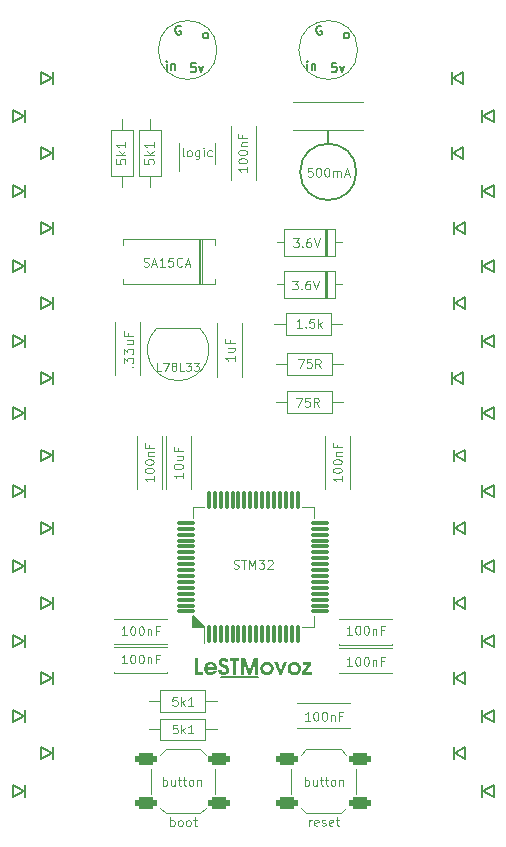
<source format=gbr>
%TF.GenerationSoftware,KiCad,Pcbnew,(7.0.0)*%
%TF.CreationDate,2024-03-09T23:40:33+01:00*%
%TF.ProjectId,LeSTMovoz,4c655354-4d6f-4766-9f7a-2e6b69636164,rev?*%
%TF.SameCoordinates,Original*%
%TF.FileFunction,Legend,Top*%
%TF.FilePolarity,Positive*%
%FSLAX46Y46*%
G04 Gerber Fmt 4.6, Leading zero omitted, Abs format (unit mm)*
G04 Created by KiCad (PCBNEW (7.0.0)) date 2024-03-09 23:40:33*
%MOMM*%
%LPD*%
G01*
G04 APERTURE LIST*
G04 Aperture macros list*
%AMRoundRect*
0 Rectangle with rounded corners*
0 $1 Rounding radius*
0 $2 $3 $4 $5 $6 $7 $8 $9 X,Y pos of 4 corners*
0 Add a 4 corners polygon primitive as box body*
4,1,4,$2,$3,$4,$5,$6,$7,$8,$9,$2,$3,0*
0 Add four circle primitives for the rounded corners*
1,1,$1+$1,$2,$3*
1,1,$1+$1,$4,$5*
1,1,$1+$1,$6,$7*
1,1,$1+$1,$8,$9*
0 Add four rect primitives between the rounded corners*
20,1,$1+$1,$2,$3,$4,$5,0*
20,1,$1+$1,$4,$5,$6,$7,0*
20,1,$1+$1,$6,$7,$8,$9,0*
20,1,$1+$1,$8,$9,$2,$3,0*%
G04 Aperture macros list end*
%ADD10C,0.125000*%
%ADD11C,0.150000*%
%ADD12C,0.120000*%
%ADD13C,1.400000*%
%ADD14O,1.400000X1.400000*%
%ADD15C,4.400000*%
%ADD16R,1.400000X1.300000*%
%ADD17RoundRect,0.275000X-0.625000X-0.275000X0.625000X-0.275000X0.625000X0.275000X-0.625000X0.275000X0*%
%ADD18C,1.710000*%
%ADD19C,1.600000*%
%ADD20C,1.750000*%
%ADD21C,3.987800*%
%ADD22R,2.400000X2.400000*%
%ADD23O,2.400000X2.400000*%
%ADD24R,1.600000X1.600000*%
%ADD25O,1.600000X1.600000*%
%ADD26R,1.050000X1.500000*%
%ADD27O,1.050000X1.500000*%
%ADD28R,0.650000X2.000000*%
%ADD29RoundRect,0.075000X0.075000X-0.700000X0.075000X0.700000X-0.075000X0.700000X-0.075000X-0.700000X0*%
%ADD30RoundRect,0.075000X0.700000X-0.075000X0.700000X0.075000X-0.700000X0.075000X-0.700000X-0.075000X0*%
%ADD31RoundRect,0.275000X0.625000X0.275000X-0.625000X0.275000X-0.625000X-0.275000X0.625000X-0.275000X0*%
%ADD32O,1.000000X1.500000*%
%ADD33C,0.700000*%
%ADD34O,0.900000X1.700000*%
%ADD35O,0.900000X2.400000*%
G04 APERTURE END LIST*
D10*
X138812068Y-84147481D02*
X138454925Y-84147481D01*
X138454925Y-84147481D02*
X138419211Y-84504624D01*
X138419211Y-84504624D02*
X138454925Y-84468910D01*
X138454925Y-84468910D02*
X138526354Y-84433196D01*
X138526354Y-84433196D02*
X138704925Y-84433196D01*
X138704925Y-84433196D02*
X138776354Y-84468910D01*
X138776354Y-84468910D02*
X138812068Y-84504624D01*
X138812068Y-84504624D02*
X138847782Y-84576053D01*
X138847782Y-84576053D02*
X138847782Y-84754624D01*
X138847782Y-84754624D02*
X138812068Y-84826053D01*
X138812068Y-84826053D02*
X138776354Y-84861767D01*
X138776354Y-84861767D02*
X138704925Y-84897481D01*
X138704925Y-84897481D02*
X138526354Y-84897481D01*
X138526354Y-84897481D02*
X138454925Y-84861767D01*
X138454925Y-84861767D02*
X138419211Y-84826053D01*
X139169211Y-84897481D02*
X139169211Y-84147481D01*
X139240640Y-84611767D02*
X139454925Y-84897481D01*
X139454925Y-84397481D02*
X139169211Y-84683196D01*
X140169211Y-84897481D02*
X139740640Y-84897481D01*
X139954925Y-84897481D02*
X139954925Y-84147481D01*
X139954925Y-84147481D02*
X139883497Y-84254624D01*
X139883497Y-84254624D02*
X139812068Y-84326053D01*
X139812068Y-84326053D02*
X139740640Y-84361767D01*
D11*
G36*
X141096250Y-78263090D02*
G01*
X140146250Y-78263090D01*
X140146250Y-77313090D01*
X141096250Y-78263090D01*
G37*
X141096250Y-78263090D02*
X140146250Y-78263090D01*
X140146250Y-77313090D01*
X141096250Y-78263090D01*
X153987500Y-39687500D02*
G75*
G03*
X153987500Y-39687500I-2381250J0D01*
G01*
X151606250Y-37306250D02*
X151606250Y-36116000D01*
X142500000Y-82443750D02*
X145700000Y-82443750D01*
D10*
X150249107Y-39341842D02*
X149891964Y-39341842D01*
X149891964Y-39341842D02*
X149856250Y-39698985D01*
X149856250Y-39698985D02*
X149891964Y-39663271D01*
X149891964Y-39663271D02*
X149963393Y-39627557D01*
X149963393Y-39627557D02*
X150141964Y-39627557D01*
X150141964Y-39627557D02*
X150213393Y-39663271D01*
X150213393Y-39663271D02*
X150249107Y-39698985D01*
X150249107Y-39698985D02*
X150284821Y-39770414D01*
X150284821Y-39770414D02*
X150284821Y-39948985D01*
X150284821Y-39948985D02*
X150249107Y-40020414D01*
X150249107Y-40020414D02*
X150213393Y-40056128D01*
X150213393Y-40056128D02*
X150141964Y-40091842D01*
X150141964Y-40091842D02*
X149963393Y-40091842D01*
X149963393Y-40091842D02*
X149891964Y-40056128D01*
X149891964Y-40056128D02*
X149856250Y-40020414D01*
X150749107Y-39341842D02*
X150820536Y-39341842D01*
X150820536Y-39341842D02*
X150891964Y-39377557D01*
X150891964Y-39377557D02*
X150927679Y-39413271D01*
X150927679Y-39413271D02*
X150963393Y-39484699D01*
X150963393Y-39484699D02*
X150999107Y-39627557D01*
X150999107Y-39627557D02*
X150999107Y-39806128D01*
X150999107Y-39806128D02*
X150963393Y-39948985D01*
X150963393Y-39948985D02*
X150927679Y-40020414D01*
X150927679Y-40020414D02*
X150891964Y-40056128D01*
X150891964Y-40056128D02*
X150820536Y-40091842D01*
X150820536Y-40091842D02*
X150749107Y-40091842D01*
X150749107Y-40091842D02*
X150677679Y-40056128D01*
X150677679Y-40056128D02*
X150641964Y-40020414D01*
X150641964Y-40020414D02*
X150606250Y-39948985D01*
X150606250Y-39948985D02*
X150570536Y-39806128D01*
X150570536Y-39806128D02*
X150570536Y-39627557D01*
X150570536Y-39627557D02*
X150606250Y-39484699D01*
X150606250Y-39484699D02*
X150641964Y-39413271D01*
X150641964Y-39413271D02*
X150677679Y-39377557D01*
X150677679Y-39377557D02*
X150749107Y-39341842D01*
X151463393Y-39341842D02*
X151534822Y-39341842D01*
X151534822Y-39341842D02*
X151606250Y-39377557D01*
X151606250Y-39377557D02*
X151641965Y-39413271D01*
X151641965Y-39413271D02*
X151677679Y-39484699D01*
X151677679Y-39484699D02*
X151713393Y-39627557D01*
X151713393Y-39627557D02*
X151713393Y-39806128D01*
X151713393Y-39806128D02*
X151677679Y-39948985D01*
X151677679Y-39948985D02*
X151641965Y-40020414D01*
X151641965Y-40020414D02*
X151606250Y-40056128D01*
X151606250Y-40056128D02*
X151534822Y-40091842D01*
X151534822Y-40091842D02*
X151463393Y-40091842D01*
X151463393Y-40091842D02*
X151391965Y-40056128D01*
X151391965Y-40056128D02*
X151356250Y-40020414D01*
X151356250Y-40020414D02*
X151320536Y-39948985D01*
X151320536Y-39948985D02*
X151284822Y-39806128D01*
X151284822Y-39806128D02*
X151284822Y-39627557D01*
X151284822Y-39627557D02*
X151320536Y-39484699D01*
X151320536Y-39484699D02*
X151356250Y-39413271D01*
X151356250Y-39413271D02*
X151391965Y-39377557D01*
X151391965Y-39377557D02*
X151463393Y-39341842D01*
X152034822Y-40091842D02*
X152034822Y-39591842D01*
X152034822Y-39663271D02*
X152070536Y-39627557D01*
X152070536Y-39627557D02*
X152141965Y-39591842D01*
X152141965Y-39591842D02*
X152249108Y-39591842D01*
X152249108Y-39591842D02*
X152320536Y-39627557D01*
X152320536Y-39627557D02*
X152356251Y-39698985D01*
X152356251Y-39698985D02*
X152356251Y-40091842D01*
X152356251Y-39698985D02*
X152391965Y-39627557D01*
X152391965Y-39627557D02*
X152463393Y-39591842D01*
X152463393Y-39591842D02*
X152570536Y-39591842D01*
X152570536Y-39591842D02*
X152641965Y-39627557D01*
X152641965Y-39627557D02*
X152677679Y-39698985D01*
X152677679Y-39698985D02*
X152677679Y-40091842D01*
X152999108Y-39877557D02*
X153356251Y-39877557D01*
X152927679Y-40091842D02*
X153177679Y-39341842D01*
X153177679Y-39341842D02*
X153427679Y-40091842D01*
X149367348Y-52881566D02*
X148938777Y-52881566D01*
X149153062Y-52881566D02*
X149153062Y-52131566D01*
X149153062Y-52131566D02*
X149081634Y-52238709D01*
X149081634Y-52238709D02*
X149010205Y-52310138D01*
X149010205Y-52310138D02*
X148938777Y-52345852D01*
X149688777Y-52810138D02*
X149724491Y-52845852D01*
X149724491Y-52845852D02*
X149688777Y-52881566D01*
X149688777Y-52881566D02*
X149653063Y-52845852D01*
X149653063Y-52845852D02*
X149688777Y-52810138D01*
X149688777Y-52810138D02*
X149688777Y-52881566D01*
X150403063Y-52131566D02*
X150045920Y-52131566D01*
X150045920Y-52131566D02*
X150010206Y-52488709D01*
X150010206Y-52488709D02*
X150045920Y-52452995D01*
X150045920Y-52452995D02*
X150117349Y-52417281D01*
X150117349Y-52417281D02*
X150295920Y-52417281D01*
X150295920Y-52417281D02*
X150367349Y-52452995D01*
X150367349Y-52452995D02*
X150403063Y-52488709D01*
X150403063Y-52488709D02*
X150438777Y-52560138D01*
X150438777Y-52560138D02*
X150438777Y-52738709D01*
X150438777Y-52738709D02*
X150403063Y-52810138D01*
X150403063Y-52810138D02*
X150367349Y-52845852D01*
X150367349Y-52845852D02*
X150295920Y-52881566D01*
X150295920Y-52881566D02*
X150117349Y-52881566D01*
X150117349Y-52881566D02*
X150045920Y-52845852D01*
X150045920Y-52845852D02*
X150010206Y-52810138D01*
X150760206Y-52881566D02*
X150760206Y-52131566D01*
X150831635Y-52595852D02*
X151045920Y-52881566D01*
X151045920Y-52381566D02*
X150760206Y-52667281D01*
X136018904Y-38614285D02*
X136018904Y-38995237D01*
X136018904Y-38995237D02*
X136399857Y-39033333D01*
X136399857Y-39033333D02*
X136361761Y-38995237D01*
X136361761Y-38995237D02*
X136323666Y-38919047D01*
X136323666Y-38919047D02*
X136323666Y-38728571D01*
X136323666Y-38728571D02*
X136361761Y-38652380D01*
X136361761Y-38652380D02*
X136399857Y-38614285D01*
X136399857Y-38614285D02*
X136476047Y-38576190D01*
X136476047Y-38576190D02*
X136666523Y-38576190D01*
X136666523Y-38576190D02*
X136742714Y-38614285D01*
X136742714Y-38614285D02*
X136780809Y-38652380D01*
X136780809Y-38652380D02*
X136818904Y-38728571D01*
X136818904Y-38728571D02*
X136818904Y-38919047D01*
X136818904Y-38919047D02*
X136780809Y-38995237D01*
X136780809Y-38995237D02*
X136742714Y-39033333D01*
X136818904Y-38233332D02*
X136018904Y-38233332D01*
X136514142Y-38157142D02*
X136818904Y-37928570D01*
X136285571Y-37928570D02*
X136590333Y-38233332D01*
X136818904Y-37166666D02*
X136818904Y-37623809D01*
X136818904Y-37395237D02*
X136018904Y-37395237D01*
X136018904Y-37395237D02*
X136133190Y-37471428D01*
X136133190Y-37471428D02*
X136209380Y-37547618D01*
X136209380Y-37547618D02*
X136247476Y-37623809D01*
X150003835Y-95055868D02*
X150003835Y-94555868D01*
X150003835Y-94698725D02*
X150039549Y-94627297D01*
X150039549Y-94627297D02*
X150075264Y-94591583D01*
X150075264Y-94591583D02*
X150146692Y-94555868D01*
X150146692Y-94555868D02*
X150218121Y-94555868D01*
X150753835Y-95020154D02*
X150682407Y-95055868D01*
X150682407Y-95055868D02*
X150539550Y-95055868D01*
X150539550Y-95055868D02*
X150468121Y-95020154D01*
X150468121Y-95020154D02*
X150432407Y-94948725D01*
X150432407Y-94948725D02*
X150432407Y-94663011D01*
X150432407Y-94663011D02*
X150468121Y-94591583D01*
X150468121Y-94591583D02*
X150539550Y-94555868D01*
X150539550Y-94555868D02*
X150682407Y-94555868D01*
X150682407Y-94555868D02*
X150753835Y-94591583D01*
X150753835Y-94591583D02*
X150789550Y-94663011D01*
X150789550Y-94663011D02*
X150789550Y-94734440D01*
X150789550Y-94734440D02*
X150432407Y-94805868D01*
X151075264Y-95020154D02*
X151146692Y-95055868D01*
X151146692Y-95055868D02*
X151289549Y-95055868D01*
X151289549Y-95055868D02*
X151360978Y-95020154D01*
X151360978Y-95020154D02*
X151396692Y-94948725D01*
X151396692Y-94948725D02*
X151396692Y-94913011D01*
X151396692Y-94913011D02*
X151360978Y-94841583D01*
X151360978Y-94841583D02*
X151289549Y-94805868D01*
X151289549Y-94805868D02*
X151182407Y-94805868D01*
X151182407Y-94805868D02*
X151110978Y-94770154D01*
X151110978Y-94770154D02*
X151075264Y-94698725D01*
X151075264Y-94698725D02*
X151075264Y-94663011D01*
X151075264Y-94663011D02*
X151110978Y-94591583D01*
X151110978Y-94591583D02*
X151182407Y-94555868D01*
X151182407Y-94555868D02*
X151289549Y-94555868D01*
X151289549Y-94555868D02*
X151360978Y-94591583D01*
X152003835Y-95020154D02*
X151932407Y-95055868D01*
X151932407Y-95055868D02*
X151789550Y-95055868D01*
X151789550Y-95055868D02*
X151718121Y-95020154D01*
X151718121Y-95020154D02*
X151682407Y-94948725D01*
X151682407Y-94948725D02*
X151682407Y-94663011D01*
X151682407Y-94663011D02*
X151718121Y-94591583D01*
X151718121Y-94591583D02*
X151789550Y-94555868D01*
X151789550Y-94555868D02*
X151932407Y-94555868D01*
X151932407Y-94555868D02*
X152003835Y-94591583D01*
X152003835Y-94591583D02*
X152039550Y-94663011D01*
X152039550Y-94663011D02*
X152039550Y-94734440D01*
X152039550Y-94734440D02*
X151682407Y-94805868D01*
X152253835Y-94555868D02*
X152539549Y-94555868D01*
X152360978Y-94305868D02*
X152360978Y-94948725D01*
X152360978Y-94948725D02*
X152396692Y-95020154D01*
X152396692Y-95020154D02*
X152468121Y-95055868D01*
X152468121Y-95055868D02*
X152539549Y-95055868D01*
X153617729Y-81501683D02*
X153189158Y-81501683D01*
X153403443Y-81501683D02*
X153403443Y-80751683D01*
X153403443Y-80751683D02*
X153332015Y-80858826D01*
X153332015Y-80858826D02*
X153260586Y-80930255D01*
X153260586Y-80930255D02*
X153189158Y-80965969D01*
X154082015Y-80751683D02*
X154153444Y-80751683D01*
X154153444Y-80751683D02*
X154224872Y-80787398D01*
X154224872Y-80787398D02*
X154260587Y-80823112D01*
X154260587Y-80823112D02*
X154296301Y-80894540D01*
X154296301Y-80894540D02*
X154332015Y-81037398D01*
X154332015Y-81037398D02*
X154332015Y-81215969D01*
X154332015Y-81215969D02*
X154296301Y-81358826D01*
X154296301Y-81358826D02*
X154260587Y-81430255D01*
X154260587Y-81430255D02*
X154224872Y-81465969D01*
X154224872Y-81465969D02*
X154153444Y-81501683D01*
X154153444Y-81501683D02*
X154082015Y-81501683D01*
X154082015Y-81501683D02*
X154010587Y-81465969D01*
X154010587Y-81465969D02*
X153974872Y-81430255D01*
X153974872Y-81430255D02*
X153939158Y-81358826D01*
X153939158Y-81358826D02*
X153903444Y-81215969D01*
X153903444Y-81215969D02*
X153903444Y-81037398D01*
X153903444Y-81037398D02*
X153939158Y-80894540D01*
X153939158Y-80894540D02*
X153974872Y-80823112D01*
X153974872Y-80823112D02*
X154010587Y-80787398D01*
X154010587Y-80787398D02*
X154082015Y-80751683D01*
X154796301Y-80751683D02*
X154867730Y-80751683D01*
X154867730Y-80751683D02*
X154939158Y-80787398D01*
X154939158Y-80787398D02*
X154974873Y-80823112D01*
X154974873Y-80823112D02*
X155010587Y-80894540D01*
X155010587Y-80894540D02*
X155046301Y-81037398D01*
X155046301Y-81037398D02*
X155046301Y-81215969D01*
X155046301Y-81215969D02*
X155010587Y-81358826D01*
X155010587Y-81358826D02*
X154974873Y-81430255D01*
X154974873Y-81430255D02*
X154939158Y-81465969D01*
X154939158Y-81465969D02*
X154867730Y-81501683D01*
X154867730Y-81501683D02*
X154796301Y-81501683D01*
X154796301Y-81501683D02*
X154724873Y-81465969D01*
X154724873Y-81465969D02*
X154689158Y-81430255D01*
X154689158Y-81430255D02*
X154653444Y-81358826D01*
X154653444Y-81358826D02*
X154617730Y-81215969D01*
X154617730Y-81215969D02*
X154617730Y-81037398D01*
X154617730Y-81037398D02*
X154653444Y-80894540D01*
X154653444Y-80894540D02*
X154689158Y-80823112D01*
X154689158Y-80823112D02*
X154724873Y-80787398D01*
X154724873Y-80787398D02*
X154796301Y-80751683D01*
X155367730Y-81001683D02*
X155367730Y-81501683D01*
X155367730Y-81073112D02*
X155403444Y-81037398D01*
X155403444Y-81037398D02*
X155474873Y-81001683D01*
X155474873Y-81001683D02*
X155582016Y-81001683D01*
X155582016Y-81001683D02*
X155653444Y-81037398D01*
X155653444Y-81037398D02*
X155689159Y-81108826D01*
X155689159Y-81108826D02*
X155689159Y-81501683D01*
X156296301Y-81108826D02*
X156046301Y-81108826D01*
X156046301Y-81501683D02*
X156046301Y-80751683D01*
X156046301Y-80751683D02*
X156403444Y-80751683D01*
X143613392Y-73264821D02*
X143720535Y-73300535D01*
X143720535Y-73300535D02*
X143899106Y-73300535D01*
X143899106Y-73300535D02*
X143970535Y-73264821D01*
X143970535Y-73264821D02*
X144006249Y-73229107D01*
X144006249Y-73229107D02*
X144041963Y-73157678D01*
X144041963Y-73157678D02*
X144041963Y-73086250D01*
X144041963Y-73086250D02*
X144006249Y-73014821D01*
X144006249Y-73014821D02*
X143970535Y-72979107D01*
X143970535Y-72979107D02*
X143899106Y-72943392D01*
X143899106Y-72943392D02*
X143756249Y-72907678D01*
X143756249Y-72907678D02*
X143684820Y-72871964D01*
X143684820Y-72871964D02*
X143649106Y-72836250D01*
X143649106Y-72836250D02*
X143613392Y-72764821D01*
X143613392Y-72764821D02*
X143613392Y-72693392D01*
X143613392Y-72693392D02*
X143649106Y-72621964D01*
X143649106Y-72621964D02*
X143684820Y-72586250D01*
X143684820Y-72586250D02*
X143756249Y-72550535D01*
X143756249Y-72550535D02*
X143934820Y-72550535D01*
X143934820Y-72550535D02*
X144041963Y-72586250D01*
X144256249Y-72550535D02*
X144684821Y-72550535D01*
X144470535Y-73300535D02*
X144470535Y-72550535D01*
X144934821Y-73300535D02*
X144934821Y-72550535D01*
X144934821Y-72550535D02*
X145184821Y-73086250D01*
X145184821Y-73086250D02*
X145434821Y-72550535D01*
X145434821Y-72550535D02*
X145434821Y-73300535D01*
X145720535Y-72550535D02*
X146184821Y-72550535D01*
X146184821Y-72550535D02*
X145934821Y-72836250D01*
X145934821Y-72836250D02*
X146041964Y-72836250D01*
X146041964Y-72836250D02*
X146113393Y-72871964D01*
X146113393Y-72871964D02*
X146149107Y-72907678D01*
X146149107Y-72907678D02*
X146184821Y-72979107D01*
X146184821Y-72979107D02*
X146184821Y-73157678D01*
X146184821Y-73157678D02*
X146149107Y-73229107D01*
X146149107Y-73229107D02*
X146113393Y-73264821D01*
X146113393Y-73264821D02*
X146041964Y-73300535D01*
X146041964Y-73300535D02*
X145827678Y-73300535D01*
X145827678Y-73300535D02*
X145756250Y-73264821D01*
X145756250Y-73264821D02*
X145720535Y-73229107D01*
X146470536Y-72621964D02*
X146506250Y-72586250D01*
X146506250Y-72586250D02*
X146577679Y-72550535D01*
X146577679Y-72550535D02*
X146756250Y-72550535D01*
X146756250Y-72550535D02*
X146827679Y-72586250D01*
X146827679Y-72586250D02*
X146863393Y-72621964D01*
X146863393Y-72621964D02*
X146899107Y-72693392D01*
X146899107Y-72693392D02*
X146899107Y-72764821D01*
X146899107Y-72764821D02*
X146863393Y-72871964D01*
X146863393Y-72871964D02*
X146434821Y-73300535D01*
X146434821Y-73300535D02*
X146899107Y-73300535D01*
X143689293Y-55244940D02*
X143689293Y-55702083D01*
X143689293Y-55473511D02*
X142889293Y-55473511D01*
X142889293Y-55473511D02*
X143003579Y-55549702D01*
X143003579Y-55549702D02*
X143079769Y-55625892D01*
X143079769Y-55625892D02*
X143117865Y-55702083D01*
X143155960Y-54559225D02*
X143689293Y-54559225D01*
X143155960Y-54902082D02*
X143575008Y-54902082D01*
X143575008Y-54902082D02*
X143651198Y-54863987D01*
X143651198Y-54863987D02*
X143689293Y-54787797D01*
X143689293Y-54787797D02*
X143689293Y-54673511D01*
X143689293Y-54673511D02*
X143651198Y-54597320D01*
X143651198Y-54597320D02*
X143613103Y-54559225D01*
X143270246Y-53911606D02*
X143270246Y-54178272D01*
X143689293Y-54178272D02*
X142889293Y-54178272D01*
X142889293Y-54178272D02*
X142889293Y-53797320D01*
X134557338Y-81302080D02*
X134128767Y-81302080D01*
X134343052Y-81302080D02*
X134343052Y-80552080D01*
X134343052Y-80552080D02*
X134271624Y-80659223D01*
X134271624Y-80659223D02*
X134200195Y-80730652D01*
X134200195Y-80730652D02*
X134128767Y-80766366D01*
X135021624Y-80552080D02*
X135093053Y-80552080D01*
X135093053Y-80552080D02*
X135164481Y-80587795D01*
X135164481Y-80587795D02*
X135200196Y-80623509D01*
X135200196Y-80623509D02*
X135235910Y-80694937D01*
X135235910Y-80694937D02*
X135271624Y-80837795D01*
X135271624Y-80837795D02*
X135271624Y-81016366D01*
X135271624Y-81016366D02*
X135235910Y-81159223D01*
X135235910Y-81159223D02*
X135200196Y-81230652D01*
X135200196Y-81230652D02*
X135164481Y-81266366D01*
X135164481Y-81266366D02*
X135093053Y-81302080D01*
X135093053Y-81302080D02*
X135021624Y-81302080D01*
X135021624Y-81302080D02*
X134950196Y-81266366D01*
X134950196Y-81266366D02*
X134914481Y-81230652D01*
X134914481Y-81230652D02*
X134878767Y-81159223D01*
X134878767Y-81159223D02*
X134843053Y-81016366D01*
X134843053Y-81016366D02*
X134843053Y-80837795D01*
X134843053Y-80837795D02*
X134878767Y-80694937D01*
X134878767Y-80694937D02*
X134914481Y-80623509D01*
X134914481Y-80623509D02*
X134950196Y-80587795D01*
X134950196Y-80587795D02*
X135021624Y-80552080D01*
X135735910Y-80552080D02*
X135807339Y-80552080D01*
X135807339Y-80552080D02*
X135878767Y-80587795D01*
X135878767Y-80587795D02*
X135914482Y-80623509D01*
X135914482Y-80623509D02*
X135950196Y-80694937D01*
X135950196Y-80694937D02*
X135985910Y-80837795D01*
X135985910Y-80837795D02*
X135985910Y-81016366D01*
X135985910Y-81016366D02*
X135950196Y-81159223D01*
X135950196Y-81159223D02*
X135914482Y-81230652D01*
X135914482Y-81230652D02*
X135878767Y-81266366D01*
X135878767Y-81266366D02*
X135807339Y-81302080D01*
X135807339Y-81302080D02*
X135735910Y-81302080D01*
X135735910Y-81302080D02*
X135664482Y-81266366D01*
X135664482Y-81266366D02*
X135628767Y-81230652D01*
X135628767Y-81230652D02*
X135593053Y-81159223D01*
X135593053Y-81159223D02*
X135557339Y-81016366D01*
X135557339Y-81016366D02*
X135557339Y-80837795D01*
X135557339Y-80837795D02*
X135593053Y-80694937D01*
X135593053Y-80694937D02*
X135628767Y-80623509D01*
X135628767Y-80623509D02*
X135664482Y-80587795D01*
X135664482Y-80587795D02*
X135735910Y-80552080D01*
X136307339Y-80802080D02*
X136307339Y-81302080D01*
X136307339Y-80873509D02*
X136343053Y-80837795D01*
X136343053Y-80837795D02*
X136414482Y-80802080D01*
X136414482Y-80802080D02*
X136521625Y-80802080D01*
X136521625Y-80802080D02*
X136593053Y-80837795D01*
X136593053Y-80837795D02*
X136628768Y-80909223D01*
X136628768Y-80909223D02*
X136628768Y-81302080D01*
X137235910Y-80909223D02*
X136985910Y-80909223D01*
X136985910Y-81302080D02*
X136985910Y-80552080D01*
X136985910Y-80552080D02*
X137343053Y-80552080D01*
X150067464Y-86149974D02*
X149638893Y-86149974D01*
X149853178Y-86149974D02*
X149853178Y-85399974D01*
X149853178Y-85399974D02*
X149781750Y-85507117D01*
X149781750Y-85507117D02*
X149710321Y-85578546D01*
X149710321Y-85578546D02*
X149638893Y-85614260D01*
X150531750Y-85399974D02*
X150603179Y-85399974D01*
X150603179Y-85399974D02*
X150674607Y-85435689D01*
X150674607Y-85435689D02*
X150710322Y-85471403D01*
X150710322Y-85471403D02*
X150746036Y-85542831D01*
X150746036Y-85542831D02*
X150781750Y-85685689D01*
X150781750Y-85685689D02*
X150781750Y-85864260D01*
X150781750Y-85864260D02*
X150746036Y-86007117D01*
X150746036Y-86007117D02*
X150710322Y-86078546D01*
X150710322Y-86078546D02*
X150674607Y-86114260D01*
X150674607Y-86114260D02*
X150603179Y-86149974D01*
X150603179Y-86149974D02*
X150531750Y-86149974D01*
X150531750Y-86149974D02*
X150460322Y-86114260D01*
X150460322Y-86114260D02*
X150424607Y-86078546D01*
X150424607Y-86078546D02*
X150388893Y-86007117D01*
X150388893Y-86007117D02*
X150353179Y-85864260D01*
X150353179Y-85864260D02*
X150353179Y-85685689D01*
X150353179Y-85685689D02*
X150388893Y-85542831D01*
X150388893Y-85542831D02*
X150424607Y-85471403D01*
X150424607Y-85471403D02*
X150460322Y-85435689D01*
X150460322Y-85435689D02*
X150531750Y-85399974D01*
X151246036Y-85399974D02*
X151317465Y-85399974D01*
X151317465Y-85399974D02*
X151388893Y-85435689D01*
X151388893Y-85435689D02*
X151424608Y-85471403D01*
X151424608Y-85471403D02*
X151460322Y-85542831D01*
X151460322Y-85542831D02*
X151496036Y-85685689D01*
X151496036Y-85685689D02*
X151496036Y-85864260D01*
X151496036Y-85864260D02*
X151460322Y-86007117D01*
X151460322Y-86007117D02*
X151424608Y-86078546D01*
X151424608Y-86078546D02*
X151388893Y-86114260D01*
X151388893Y-86114260D02*
X151317465Y-86149974D01*
X151317465Y-86149974D02*
X151246036Y-86149974D01*
X151246036Y-86149974D02*
X151174608Y-86114260D01*
X151174608Y-86114260D02*
X151138893Y-86078546D01*
X151138893Y-86078546D02*
X151103179Y-86007117D01*
X151103179Y-86007117D02*
X151067465Y-85864260D01*
X151067465Y-85864260D02*
X151067465Y-85685689D01*
X151067465Y-85685689D02*
X151103179Y-85542831D01*
X151103179Y-85542831D02*
X151138893Y-85471403D01*
X151138893Y-85471403D02*
X151174608Y-85435689D01*
X151174608Y-85435689D02*
X151246036Y-85399974D01*
X151817465Y-85649974D02*
X151817465Y-86149974D01*
X151817465Y-85721403D02*
X151853179Y-85685689D01*
X151853179Y-85685689D02*
X151924608Y-85649974D01*
X151924608Y-85649974D02*
X152031751Y-85649974D01*
X152031751Y-85649974D02*
X152103179Y-85685689D01*
X152103179Y-85685689D02*
X152138894Y-85757117D01*
X152138894Y-85757117D02*
X152138894Y-86149974D01*
X152746036Y-85757117D02*
X152496036Y-85757117D01*
X152496036Y-86149974D02*
X152496036Y-85399974D01*
X152496036Y-85399974D02*
X152853179Y-85399974D01*
X135019140Y-56206083D02*
X135057235Y-56167988D01*
X135057235Y-56167988D02*
X135095330Y-56206083D01*
X135095330Y-56206083D02*
X135057235Y-56244179D01*
X135057235Y-56244179D02*
X135019140Y-56206083D01*
X135019140Y-56206083D02*
X135095330Y-56206083D01*
X134295330Y-55901322D02*
X134295330Y-55406084D01*
X134295330Y-55406084D02*
X134600092Y-55672750D01*
X134600092Y-55672750D02*
X134600092Y-55558465D01*
X134600092Y-55558465D02*
X134638187Y-55482274D01*
X134638187Y-55482274D02*
X134676283Y-55444179D01*
X134676283Y-55444179D02*
X134752473Y-55406084D01*
X134752473Y-55406084D02*
X134942949Y-55406084D01*
X134942949Y-55406084D02*
X135019140Y-55444179D01*
X135019140Y-55444179D02*
X135057235Y-55482274D01*
X135057235Y-55482274D02*
X135095330Y-55558465D01*
X135095330Y-55558465D02*
X135095330Y-55787036D01*
X135095330Y-55787036D02*
X135057235Y-55863227D01*
X135057235Y-55863227D02*
X135019140Y-55901322D01*
X134295330Y-55139417D02*
X134295330Y-54644179D01*
X134295330Y-54644179D02*
X134600092Y-54910845D01*
X134600092Y-54910845D02*
X134600092Y-54796560D01*
X134600092Y-54796560D02*
X134638187Y-54720369D01*
X134638187Y-54720369D02*
X134676283Y-54682274D01*
X134676283Y-54682274D02*
X134752473Y-54644179D01*
X134752473Y-54644179D02*
X134942949Y-54644179D01*
X134942949Y-54644179D02*
X135019140Y-54682274D01*
X135019140Y-54682274D02*
X135057235Y-54720369D01*
X135057235Y-54720369D02*
X135095330Y-54796560D01*
X135095330Y-54796560D02*
X135095330Y-55025131D01*
X135095330Y-55025131D02*
X135057235Y-55101322D01*
X135057235Y-55101322D02*
X135019140Y-55139417D01*
X134561997Y-53958464D02*
X135095330Y-53958464D01*
X134561997Y-54301321D02*
X134981045Y-54301321D01*
X134981045Y-54301321D02*
X135057235Y-54263226D01*
X135057235Y-54263226D02*
X135095330Y-54187036D01*
X135095330Y-54187036D02*
X135095330Y-54072750D01*
X135095330Y-54072750D02*
X135057235Y-53996559D01*
X135057235Y-53996559D02*
X135019140Y-53958464D01*
X134676283Y-53310845D02*
X134676283Y-53577511D01*
X135095330Y-53577511D02*
X134295330Y-53577511D01*
X134295330Y-53577511D02*
X134295330Y-53196559D01*
X149644519Y-91648375D02*
X149644519Y-90898375D01*
X149644519Y-91184090D02*
X149715948Y-91148375D01*
X149715948Y-91148375D02*
X149858805Y-91148375D01*
X149858805Y-91148375D02*
X149930233Y-91184090D01*
X149930233Y-91184090D02*
X149965948Y-91219804D01*
X149965948Y-91219804D02*
X150001662Y-91291232D01*
X150001662Y-91291232D02*
X150001662Y-91505518D01*
X150001662Y-91505518D02*
X149965948Y-91576947D01*
X149965948Y-91576947D02*
X149930233Y-91612661D01*
X149930233Y-91612661D02*
X149858805Y-91648375D01*
X149858805Y-91648375D02*
X149715948Y-91648375D01*
X149715948Y-91648375D02*
X149644519Y-91612661D01*
X150644519Y-91148375D02*
X150644519Y-91648375D01*
X150323090Y-91148375D02*
X150323090Y-91541232D01*
X150323090Y-91541232D02*
X150358804Y-91612661D01*
X150358804Y-91612661D02*
X150430233Y-91648375D01*
X150430233Y-91648375D02*
X150537376Y-91648375D01*
X150537376Y-91648375D02*
X150608804Y-91612661D01*
X150608804Y-91612661D02*
X150644519Y-91576947D01*
X150894518Y-91148375D02*
X151180232Y-91148375D01*
X151001661Y-90898375D02*
X151001661Y-91541232D01*
X151001661Y-91541232D02*
X151037375Y-91612661D01*
X151037375Y-91612661D02*
X151108804Y-91648375D01*
X151108804Y-91648375D02*
X151180232Y-91648375D01*
X151323089Y-91148375D02*
X151608803Y-91148375D01*
X151430232Y-90898375D02*
X151430232Y-91541232D01*
X151430232Y-91541232D02*
X151465946Y-91612661D01*
X151465946Y-91612661D02*
X151537375Y-91648375D01*
X151537375Y-91648375D02*
X151608803Y-91648375D01*
X151965946Y-91648375D02*
X151894517Y-91612661D01*
X151894517Y-91612661D02*
X151858803Y-91576947D01*
X151858803Y-91576947D02*
X151823089Y-91505518D01*
X151823089Y-91505518D02*
X151823089Y-91291232D01*
X151823089Y-91291232D02*
X151858803Y-91219804D01*
X151858803Y-91219804D02*
X151894517Y-91184090D01*
X151894517Y-91184090D02*
X151965946Y-91148375D01*
X151965946Y-91148375D02*
X152073089Y-91148375D01*
X152073089Y-91148375D02*
X152144517Y-91184090D01*
X152144517Y-91184090D02*
X152180232Y-91219804D01*
X152180232Y-91219804D02*
X152215946Y-91291232D01*
X152215946Y-91291232D02*
X152215946Y-91505518D01*
X152215946Y-91505518D02*
X152180232Y-91576947D01*
X152180232Y-91576947D02*
X152144517Y-91612661D01*
X152144517Y-91612661D02*
X152073089Y-91648375D01*
X152073089Y-91648375D02*
X151965946Y-91648375D01*
X152537374Y-91148375D02*
X152537374Y-91648375D01*
X152537374Y-91219804D02*
X152573088Y-91184090D01*
X152573088Y-91184090D02*
X152644517Y-91148375D01*
X152644517Y-91148375D02*
X152751660Y-91148375D01*
X152751660Y-91148375D02*
X152823088Y-91184090D01*
X152823088Y-91184090D02*
X152858803Y-91255518D01*
X152858803Y-91255518D02*
X152858803Y-91648375D01*
X149027108Y-55540606D02*
X149527108Y-55540606D01*
X149527108Y-55540606D02*
X149205680Y-56290606D01*
X150169966Y-55540606D02*
X149812823Y-55540606D01*
X149812823Y-55540606D02*
X149777109Y-55897749D01*
X149777109Y-55897749D02*
X149812823Y-55862035D01*
X149812823Y-55862035D02*
X149884252Y-55826321D01*
X149884252Y-55826321D02*
X150062823Y-55826321D01*
X150062823Y-55826321D02*
X150134252Y-55862035D01*
X150134252Y-55862035D02*
X150169966Y-55897749D01*
X150169966Y-55897749D02*
X150205680Y-55969178D01*
X150205680Y-55969178D02*
X150205680Y-56147749D01*
X150205680Y-56147749D02*
X150169966Y-56219178D01*
X150169966Y-56219178D02*
X150134252Y-56254892D01*
X150134252Y-56254892D02*
X150062823Y-56290606D01*
X150062823Y-56290606D02*
X149884252Y-56290606D01*
X149884252Y-56290606D02*
X149812823Y-56254892D01*
X149812823Y-56254892D02*
X149777109Y-56219178D01*
X150955680Y-56290606D02*
X150705680Y-55933463D01*
X150527109Y-56290606D02*
X150527109Y-55540606D01*
X150527109Y-55540606D02*
X150812823Y-55540606D01*
X150812823Y-55540606D02*
X150884252Y-55576321D01*
X150884252Y-55576321D02*
X150919966Y-55612035D01*
X150919966Y-55612035D02*
X150955680Y-55683463D01*
X150955680Y-55683463D02*
X150955680Y-55790606D01*
X150955680Y-55790606D02*
X150919966Y-55862035D01*
X150919966Y-55862035D02*
X150884252Y-55897749D01*
X150884252Y-55897749D02*
X150812823Y-55933463D01*
X150812823Y-55933463D02*
X150527109Y-55933463D01*
X153620535Y-78856785D02*
X153191964Y-78856785D01*
X153406249Y-78856785D02*
X153406249Y-78106785D01*
X153406249Y-78106785D02*
X153334821Y-78213928D01*
X153334821Y-78213928D02*
X153263392Y-78285357D01*
X153263392Y-78285357D02*
X153191964Y-78321071D01*
X154084821Y-78106785D02*
X154156250Y-78106785D01*
X154156250Y-78106785D02*
X154227678Y-78142500D01*
X154227678Y-78142500D02*
X154263393Y-78178214D01*
X154263393Y-78178214D02*
X154299107Y-78249642D01*
X154299107Y-78249642D02*
X154334821Y-78392500D01*
X154334821Y-78392500D02*
X154334821Y-78571071D01*
X154334821Y-78571071D02*
X154299107Y-78713928D01*
X154299107Y-78713928D02*
X154263393Y-78785357D01*
X154263393Y-78785357D02*
X154227678Y-78821071D01*
X154227678Y-78821071D02*
X154156250Y-78856785D01*
X154156250Y-78856785D02*
X154084821Y-78856785D01*
X154084821Y-78856785D02*
X154013393Y-78821071D01*
X154013393Y-78821071D02*
X153977678Y-78785357D01*
X153977678Y-78785357D02*
X153941964Y-78713928D01*
X153941964Y-78713928D02*
X153906250Y-78571071D01*
X153906250Y-78571071D02*
X153906250Y-78392500D01*
X153906250Y-78392500D02*
X153941964Y-78249642D01*
X153941964Y-78249642D02*
X153977678Y-78178214D01*
X153977678Y-78178214D02*
X154013393Y-78142500D01*
X154013393Y-78142500D02*
X154084821Y-78106785D01*
X154799107Y-78106785D02*
X154870536Y-78106785D01*
X154870536Y-78106785D02*
X154941964Y-78142500D01*
X154941964Y-78142500D02*
X154977679Y-78178214D01*
X154977679Y-78178214D02*
X155013393Y-78249642D01*
X155013393Y-78249642D02*
X155049107Y-78392500D01*
X155049107Y-78392500D02*
X155049107Y-78571071D01*
X155049107Y-78571071D02*
X155013393Y-78713928D01*
X155013393Y-78713928D02*
X154977679Y-78785357D01*
X154977679Y-78785357D02*
X154941964Y-78821071D01*
X154941964Y-78821071D02*
X154870536Y-78856785D01*
X154870536Y-78856785D02*
X154799107Y-78856785D01*
X154799107Y-78856785D02*
X154727679Y-78821071D01*
X154727679Y-78821071D02*
X154691964Y-78785357D01*
X154691964Y-78785357D02*
X154656250Y-78713928D01*
X154656250Y-78713928D02*
X154620536Y-78571071D01*
X154620536Y-78571071D02*
X154620536Y-78392500D01*
X154620536Y-78392500D02*
X154656250Y-78249642D01*
X154656250Y-78249642D02*
X154691964Y-78178214D01*
X154691964Y-78178214D02*
X154727679Y-78142500D01*
X154727679Y-78142500D02*
X154799107Y-78106785D01*
X155370536Y-78356785D02*
X155370536Y-78856785D01*
X155370536Y-78428214D02*
X155406250Y-78392500D01*
X155406250Y-78392500D02*
X155477679Y-78356785D01*
X155477679Y-78356785D02*
X155584822Y-78356785D01*
X155584822Y-78356785D02*
X155656250Y-78392500D01*
X155656250Y-78392500D02*
X155691965Y-78463928D01*
X155691965Y-78463928D02*
X155691965Y-78856785D01*
X156299107Y-78463928D02*
X156049107Y-78463928D01*
X156049107Y-78856785D02*
X156049107Y-78106785D01*
X156049107Y-78106785D02*
X156406250Y-78106785D01*
X152758422Y-65451646D02*
X152758422Y-65880217D01*
X152758422Y-65665932D02*
X152008422Y-65665932D01*
X152008422Y-65665932D02*
X152115565Y-65737360D01*
X152115565Y-65737360D02*
X152186994Y-65808789D01*
X152186994Y-65808789D02*
X152222708Y-65880217D01*
X152008422Y-64987360D02*
X152008422Y-64915931D01*
X152008422Y-64915931D02*
X152044137Y-64844503D01*
X152044137Y-64844503D02*
X152079851Y-64808789D01*
X152079851Y-64808789D02*
X152151279Y-64773074D01*
X152151279Y-64773074D02*
X152294137Y-64737360D01*
X152294137Y-64737360D02*
X152472708Y-64737360D01*
X152472708Y-64737360D02*
X152615565Y-64773074D01*
X152615565Y-64773074D02*
X152686994Y-64808789D01*
X152686994Y-64808789D02*
X152722708Y-64844503D01*
X152722708Y-64844503D02*
X152758422Y-64915931D01*
X152758422Y-64915931D02*
X152758422Y-64987360D01*
X152758422Y-64987360D02*
X152722708Y-65058789D01*
X152722708Y-65058789D02*
X152686994Y-65094503D01*
X152686994Y-65094503D02*
X152615565Y-65130217D01*
X152615565Y-65130217D02*
X152472708Y-65165931D01*
X152472708Y-65165931D02*
X152294137Y-65165931D01*
X152294137Y-65165931D02*
X152151279Y-65130217D01*
X152151279Y-65130217D02*
X152079851Y-65094503D01*
X152079851Y-65094503D02*
X152044137Y-65058789D01*
X152044137Y-65058789D02*
X152008422Y-64987360D01*
X152008422Y-64273074D02*
X152008422Y-64201645D01*
X152008422Y-64201645D02*
X152044137Y-64130217D01*
X152044137Y-64130217D02*
X152079851Y-64094503D01*
X152079851Y-64094503D02*
X152151279Y-64058788D01*
X152151279Y-64058788D02*
X152294137Y-64023074D01*
X152294137Y-64023074D02*
X152472708Y-64023074D01*
X152472708Y-64023074D02*
X152615565Y-64058788D01*
X152615565Y-64058788D02*
X152686994Y-64094503D01*
X152686994Y-64094503D02*
X152722708Y-64130217D01*
X152722708Y-64130217D02*
X152758422Y-64201645D01*
X152758422Y-64201645D02*
X152758422Y-64273074D01*
X152758422Y-64273074D02*
X152722708Y-64344503D01*
X152722708Y-64344503D02*
X152686994Y-64380217D01*
X152686994Y-64380217D02*
X152615565Y-64415931D01*
X152615565Y-64415931D02*
X152472708Y-64451645D01*
X152472708Y-64451645D02*
X152294137Y-64451645D01*
X152294137Y-64451645D02*
X152151279Y-64415931D01*
X152151279Y-64415931D02*
X152079851Y-64380217D01*
X152079851Y-64380217D02*
X152044137Y-64344503D01*
X152044137Y-64344503D02*
X152008422Y-64273074D01*
X152258422Y-63701645D02*
X152758422Y-63701645D01*
X152329851Y-63701645D02*
X152294137Y-63665931D01*
X152294137Y-63665931D02*
X152258422Y-63594502D01*
X152258422Y-63594502D02*
X152258422Y-63487359D01*
X152258422Y-63487359D02*
X152294137Y-63415931D01*
X152294137Y-63415931D02*
X152365565Y-63380217D01*
X152365565Y-63380217D02*
X152758422Y-63380217D01*
X152365565Y-62773074D02*
X152365565Y-63023074D01*
X152758422Y-63023074D02*
X152008422Y-63023074D01*
X152008422Y-63023074D02*
X152008422Y-62665931D01*
X134557338Y-78911050D02*
X134128767Y-78911050D01*
X134343052Y-78911050D02*
X134343052Y-78161050D01*
X134343052Y-78161050D02*
X134271624Y-78268193D01*
X134271624Y-78268193D02*
X134200195Y-78339622D01*
X134200195Y-78339622D02*
X134128767Y-78375336D01*
X135021624Y-78161050D02*
X135093053Y-78161050D01*
X135093053Y-78161050D02*
X135164481Y-78196765D01*
X135164481Y-78196765D02*
X135200196Y-78232479D01*
X135200196Y-78232479D02*
X135235910Y-78303907D01*
X135235910Y-78303907D02*
X135271624Y-78446765D01*
X135271624Y-78446765D02*
X135271624Y-78625336D01*
X135271624Y-78625336D02*
X135235910Y-78768193D01*
X135235910Y-78768193D02*
X135200196Y-78839622D01*
X135200196Y-78839622D02*
X135164481Y-78875336D01*
X135164481Y-78875336D02*
X135093053Y-78911050D01*
X135093053Y-78911050D02*
X135021624Y-78911050D01*
X135021624Y-78911050D02*
X134950196Y-78875336D01*
X134950196Y-78875336D02*
X134914481Y-78839622D01*
X134914481Y-78839622D02*
X134878767Y-78768193D01*
X134878767Y-78768193D02*
X134843053Y-78625336D01*
X134843053Y-78625336D02*
X134843053Y-78446765D01*
X134843053Y-78446765D02*
X134878767Y-78303907D01*
X134878767Y-78303907D02*
X134914481Y-78232479D01*
X134914481Y-78232479D02*
X134950196Y-78196765D01*
X134950196Y-78196765D02*
X135021624Y-78161050D01*
X135735910Y-78161050D02*
X135807339Y-78161050D01*
X135807339Y-78161050D02*
X135878767Y-78196765D01*
X135878767Y-78196765D02*
X135914482Y-78232479D01*
X135914482Y-78232479D02*
X135950196Y-78303907D01*
X135950196Y-78303907D02*
X135985910Y-78446765D01*
X135985910Y-78446765D02*
X135985910Y-78625336D01*
X135985910Y-78625336D02*
X135950196Y-78768193D01*
X135950196Y-78768193D02*
X135914482Y-78839622D01*
X135914482Y-78839622D02*
X135878767Y-78875336D01*
X135878767Y-78875336D02*
X135807339Y-78911050D01*
X135807339Y-78911050D02*
X135735910Y-78911050D01*
X135735910Y-78911050D02*
X135664482Y-78875336D01*
X135664482Y-78875336D02*
X135628767Y-78839622D01*
X135628767Y-78839622D02*
X135593053Y-78768193D01*
X135593053Y-78768193D02*
X135557339Y-78625336D01*
X135557339Y-78625336D02*
X135557339Y-78446765D01*
X135557339Y-78446765D02*
X135593053Y-78303907D01*
X135593053Y-78303907D02*
X135628767Y-78232479D01*
X135628767Y-78232479D02*
X135664482Y-78196765D01*
X135664482Y-78196765D02*
X135735910Y-78161050D01*
X136307339Y-78411050D02*
X136307339Y-78911050D01*
X136307339Y-78482479D02*
X136343053Y-78446765D01*
X136343053Y-78446765D02*
X136414482Y-78411050D01*
X136414482Y-78411050D02*
X136521625Y-78411050D01*
X136521625Y-78411050D02*
X136593053Y-78446765D01*
X136593053Y-78446765D02*
X136628768Y-78518193D01*
X136628768Y-78518193D02*
X136628768Y-78911050D01*
X137235910Y-78518193D02*
X136985910Y-78518193D01*
X136985910Y-78911050D02*
X136985910Y-78161050D01*
X136985910Y-78161050D02*
X137343053Y-78161050D01*
X148631674Y-45320033D02*
X149095960Y-45320033D01*
X149095960Y-45320033D02*
X148845960Y-45605748D01*
X148845960Y-45605748D02*
X148953103Y-45605748D01*
X148953103Y-45605748D02*
X149024532Y-45641462D01*
X149024532Y-45641462D02*
X149060246Y-45677176D01*
X149060246Y-45677176D02*
X149095960Y-45748605D01*
X149095960Y-45748605D02*
X149095960Y-45927176D01*
X149095960Y-45927176D02*
X149060246Y-45998605D01*
X149060246Y-45998605D02*
X149024532Y-46034319D01*
X149024532Y-46034319D02*
X148953103Y-46070033D01*
X148953103Y-46070033D02*
X148738817Y-46070033D01*
X148738817Y-46070033D02*
X148667389Y-46034319D01*
X148667389Y-46034319D02*
X148631674Y-45998605D01*
X149417389Y-45998605D02*
X149453103Y-46034319D01*
X149453103Y-46034319D02*
X149417389Y-46070033D01*
X149417389Y-46070033D02*
X149381675Y-46034319D01*
X149381675Y-46034319D02*
X149417389Y-45998605D01*
X149417389Y-45998605D02*
X149417389Y-46070033D01*
X150095961Y-45320033D02*
X149953103Y-45320033D01*
X149953103Y-45320033D02*
X149881675Y-45355748D01*
X149881675Y-45355748D02*
X149845961Y-45391462D01*
X149845961Y-45391462D02*
X149774532Y-45498605D01*
X149774532Y-45498605D02*
X149738818Y-45641462D01*
X149738818Y-45641462D02*
X149738818Y-45927176D01*
X149738818Y-45927176D02*
X149774532Y-45998605D01*
X149774532Y-45998605D02*
X149810246Y-46034319D01*
X149810246Y-46034319D02*
X149881675Y-46070033D01*
X149881675Y-46070033D02*
X150024532Y-46070033D01*
X150024532Y-46070033D02*
X150095961Y-46034319D01*
X150095961Y-46034319D02*
X150131675Y-45998605D01*
X150131675Y-45998605D02*
X150167389Y-45927176D01*
X150167389Y-45927176D02*
X150167389Y-45748605D01*
X150167389Y-45748605D02*
X150131675Y-45677176D01*
X150131675Y-45677176D02*
X150095961Y-45641462D01*
X150095961Y-45641462D02*
X150024532Y-45605748D01*
X150024532Y-45605748D02*
X149881675Y-45605748D01*
X149881675Y-45605748D02*
X149810246Y-45641462D01*
X149810246Y-45641462D02*
X149774532Y-45677176D01*
X149774532Y-45677176D02*
X149738818Y-45748605D01*
X150381675Y-45320033D02*
X150631675Y-46070033D01*
X150631675Y-46070033D02*
X150881675Y-45320033D01*
X139404465Y-38375535D02*
X139333036Y-38339821D01*
X139333036Y-38339821D02*
X139297322Y-38268392D01*
X139297322Y-38268392D02*
X139297322Y-37625535D01*
X139797322Y-38375535D02*
X139725893Y-38339821D01*
X139725893Y-38339821D02*
X139690179Y-38304107D01*
X139690179Y-38304107D02*
X139654465Y-38232678D01*
X139654465Y-38232678D02*
X139654465Y-38018392D01*
X139654465Y-38018392D02*
X139690179Y-37946964D01*
X139690179Y-37946964D02*
X139725893Y-37911250D01*
X139725893Y-37911250D02*
X139797322Y-37875535D01*
X139797322Y-37875535D02*
X139904465Y-37875535D01*
X139904465Y-37875535D02*
X139975893Y-37911250D01*
X139975893Y-37911250D02*
X140011608Y-37946964D01*
X140011608Y-37946964D02*
X140047322Y-38018392D01*
X140047322Y-38018392D02*
X140047322Y-38232678D01*
X140047322Y-38232678D02*
X140011608Y-38304107D01*
X140011608Y-38304107D02*
X139975893Y-38339821D01*
X139975893Y-38339821D02*
X139904465Y-38375535D01*
X139904465Y-38375535D02*
X139797322Y-38375535D01*
X140690179Y-37875535D02*
X140690179Y-38482678D01*
X140690179Y-38482678D02*
X140654464Y-38554107D01*
X140654464Y-38554107D02*
X140618750Y-38589821D01*
X140618750Y-38589821D02*
X140547321Y-38625535D01*
X140547321Y-38625535D02*
X140440179Y-38625535D01*
X140440179Y-38625535D02*
X140368750Y-38589821D01*
X140690179Y-38339821D02*
X140618750Y-38375535D01*
X140618750Y-38375535D02*
X140475893Y-38375535D01*
X140475893Y-38375535D02*
X140404464Y-38339821D01*
X140404464Y-38339821D02*
X140368750Y-38304107D01*
X140368750Y-38304107D02*
X140333036Y-38232678D01*
X140333036Y-38232678D02*
X140333036Y-38018392D01*
X140333036Y-38018392D02*
X140368750Y-37946964D01*
X140368750Y-37946964D02*
X140404464Y-37911250D01*
X140404464Y-37911250D02*
X140475893Y-37875535D01*
X140475893Y-37875535D02*
X140618750Y-37875535D01*
X140618750Y-37875535D02*
X140690179Y-37911250D01*
X141047321Y-38375535D02*
X141047321Y-37875535D01*
X141047321Y-37625535D02*
X141011607Y-37661250D01*
X141011607Y-37661250D02*
X141047321Y-37696964D01*
X141047321Y-37696964D02*
X141083035Y-37661250D01*
X141083035Y-37661250D02*
X141047321Y-37625535D01*
X141047321Y-37625535D02*
X141047321Y-37696964D01*
X141725893Y-38339821D02*
X141654464Y-38375535D01*
X141654464Y-38375535D02*
X141511607Y-38375535D01*
X141511607Y-38375535D02*
X141440178Y-38339821D01*
X141440178Y-38339821D02*
X141404464Y-38304107D01*
X141404464Y-38304107D02*
X141368750Y-38232678D01*
X141368750Y-38232678D02*
X141368750Y-38018392D01*
X141368750Y-38018392D02*
X141404464Y-37946964D01*
X141404464Y-37946964D02*
X141440178Y-37911250D01*
X141440178Y-37911250D02*
X141511607Y-37875535D01*
X141511607Y-37875535D02*
X141654464Y-37875535D01*
X141654464Y-37875535D02*
X141725893Y-37911250D01*
X137617201Y-91671025D02*
X137617201Y-90921025D01*
X137617201Y-91206740D02*
X137688630Y-91171025D01*
X137688630Y-91171025D02*
X137831487Y-91171025D01*
X137831487Y-91171025D02*
X137902915Y-91206740D01*
X137902915Y-91206740D02*
X137938630Y-91242454D01*
X137938630Y-91242454D02*
X137974344Y-91313882D01*
X137974344Y-91313882D02*
X137974344Y-91528168D01*
X137974344Y-91528168D02*
X137938630Y-91599597D01*
X137938630Y-91599597D02*
X137902915Y-91635311D01*
X137902915Y-91635311D02*
X137831487Y-91671025D01*
X137831487Y-91671025D02*
X137688630Y-91671025D01*
X137688630Y-91671025D02*
X137617201Y-91635311D01*
X138617201Y-91171025D02*
X138617201Y-91671025D01*
X138295772Y-91171025D02*
X138295772Y-91563882D01*
X138295772Y-91563882D02*
X138331486Y-91635311D01*
X138331486Y-91635311D02*
X138402915Y-91671025D01*
X138402915Y-91671025D02*
X138510058Y-91671025D01*
X138510058Y-91671025D02*
X138581486Y-91635311D01*
X138581486Y-91635311D02*
X138617201Y-91599597D01*
X138867200Y-91171025D02*
X139152914Y-91171025D01*
X138974343Y-90921025D02*
X138974343Y-91563882D01*
X138974343Y-91563882D02*
X139010057Y-91635311D01*
X139010057Y-91635311D02*
X139081486Y-91671025D01*
X139081486Y-91671025D02*
X139152914Y-91671025D01*
X139295771Y-91171025D02*
X139581485Y-91171025D01*
X139402914Y-90921025D02*
X139402914Y-91563882D01*
X139402914Y-91563882D02*
X139438628Y-91635311D01*
X139438628Y-91635311D02*
X139510057Y-91671025D01*
X139510057Y-91671025D02*
X139581485Y-91671025D01*
X139938628Y-91671025D02*
X139867199Y-91635311D01*
X139867199Y-91635311D02*
X139831485Y-91599597D01*
X139831485Y-91599597D02*
X139795771Y-91528168D01*
X139795771Y-91528168D02*
X139795771Y-91313882D01*
X139795771Y-91313882D02*
X139831485Y-91242454D01*
X139831485Y-91242454D02*
X139867199Y-91206740D01*
X139867199Y-91206740D02*
X139938628Y-91171025D01*
X139938628Y-91171025D02*
X140045771Y-91171025D01*
X140045771Y-91171025D02*
X140117199Y-91206740D01*
X140117199Y-91206740D02*
X140152914Y-91242454D01*
X140152914Y-91242454D02*
X140188628Y-91313882D01*
X140188628Y-91313882D02*
X140188628Y-91528168D01*
X140188628Y-91528168D02*
X140152914Y-91599597D01*
X140152914Y-91599597D02*
X140117199Y-91635311D01*
X140117199Y-91635311D02*
X140045771Y-91671025D01*
X140045771Y-91671025D02*
X139938628Y-91671025D01*
X140510056Y-91171025D02*
X140510056Y-91671025D01*
X140510056Y-91242454D02*
X140545770Y-91206740D01*
X140545770Y-91206740D02*
X140617199Y-91171025D01*
X140617199Y-91171025D02*
X140724342Y-91171025D01*
X140724342Y-91171025D02*
X140795770Y-91206740D01*
X140795770Y-91206740D02*
X140831485Y-91278168D01*
X140831485Y-91278168D02*
X140831485Y-91671025D01*
X138247924Y-95077216D02*
X138247924Y-94327216D01*
X138247924Y-94612931D02*
X138319353Y-94577216D01*
X138319353Y-94577216D02*
X138462210Y-94577216D01*
X138462210Y-94577216D02*
X138533638Y-94612931D01*
X138533638Y-94612931D02*
X138569353Y-94648645D01*
X138569353Y-94648645D02*
X138605067Y-94720073D01*
X138605067Y-94720073D02*
X138605067Y-94934359D01*
X138605067Y-94934359D02*
X138569353Y-95005788D01*
X138569353Y-95005788D02*
X138533638Y-95041502D01*
X138533638Y-95041502D02*
X138462210Y-95077216D01*
X138462210Y-95077216D02*
X138319353Y-95077216D01*
X138319353Y-95077216D02*
X138247924Y-95041502D01*
X139033638Y-95077216D02*
X138962209Y-95041502D01*
X138962209Y-95041502D02*
X138926495Y-95005788D01*
X138926495Y-95005788D02*
X138890781Y-94934359D01*
X138890781Y-94934359D02*
X138890781Y-94720073D01*
X138890781Y-94720073D02*
X138926495Y-94648645D01*
X138926495Y-94648645D02*
X138962209Y-94612931D01*
X138962209Y-94612931D02*
X139033638Y-94577216D01*
X139033638Y-94577216D02*
X139140781Y-94577216D01*
X139140781Y-94577216D02*
X139212209Y-94612931D01*
X139212209Y-94612931D02*
X139247924Y-94648645D01*
X139247924Y-94648645D02*
X139283638Y-94720073D01*
X139283638Y-94720073D02*
X139283638Y-94934359D01*
X139283638Y-94934359D02*
X139247924Y-95005788D01*
X139247924Y-95005788D02*
X139212209Y-95041502D01*
X139212209Y-95041502D02*
X139140781Y-95077216D01*
X139140781Y-95077216D02*
X139033638Y-95077216D01*
X139712209Y-95077216D02*
X139640780Y-95041502D01*
X139640780Y-95041502D02*
X139605066Y-95005788D01*
X139605066Y-95005788D02*
X139569352Y-94934359D01*
X139569352Y-94934359D02*
X139569352Y-94720073D01*
X139569352Y-94720073D02*
X139605066Y-94648645D01*
X139605066Y-94648645D02*
X139640780Y-94612931D01*
X139640780Y-94612931D02*
X139712209Y-94577216D01*
X139712209Y-94577216D02*
X139819352Y-94577216D01*
X139819352Y-94577216D02*
X139890780Y-94612931D01*
X139890780Y-94612931D02*
X139926495Y-94648645D01*
X139926495Y-94648645D02*
X139962209Y-94720073D01*
X139962209Y-94720073D02*
X139962209Y-94934359D01*
X139962209Y-94934359D02*
X139926495Y-95005788D01*
X139926495Y-95005788D02*
X139890780Y-95041502D01*
X139890780Y-95041502D02*
X139819352Y-95077216D01*
X139819352Y-95077216D02*
X139712209Y-95077216D01*
X140176494Y-94577216D02*
X140462208Y-94577216D01*
X140283637Y-94327216D02*
X140283637Y-94970073D01*
X140283637Y-94970073D02*
X140319351Y-95041502D01*
X140319351Y-95041502D02*
X140390780Y-95077216D01*
X140390780Y-95077216D02*
X140462208Y-95077216D01*
X144738035Y-39260714D02*
X144738035Y-39689285D01*
X144738035Y-39475000D02*
X143988035Y-39475000D01*
X143988035Y-39475000D02*
X144095178Y-39546428D01*
X144095178Y-39546428D02*
X144166607Y-39617857D01*
X144166607Y-39617857D02*
X144202321Y-39689285D01*
X143988035Y-38796428D02*
X143988035Y-38724999D01*
X143988035Y-38724999D02*
X144023750Y-38653571D01*
X144023750Y-38653571D02*
X144059464Y-38617857D01*
X144059464Y-38617857D02*
X144130892Y-38582142D01*
X144130892Y-38582142D02*
X144273750Y-38546428D01*
X144273750Y-38546428D02*
X144452321Y-38546428D01*
X144452321Y-38546428D02*
X144595178Y-38582142D01*
X144595178Y-38582142D02*
X144666607Y-38617857D01*
X144666607Y-38617857D02*
X144702321Y-38653571D01*
X144702321Y-38653571D02*
X144738035Y-38724999D01*
X144738035Y-38724999D02*
X144738035Y-38796428D01*
X144738035Y-38796428D02*
X144702321Y-38867857D01*
X144702321Y-38867857D02*
X144666607Y-38903571D01*
X144666607Y-38903571D02*
X144595178Y-38939285D01*
X144595178Y-38939285D02*
X144452321Y-38974999D01*
X144452321Y-38974999D02*
X144273750Y-38974999D01*
X144273750Y-38974999D02*
X144130892Y-38939285D01*
X144130892Y-38939285D02*
X144059464Y-38903571D01*
X144059464Y-38903571D02*
X144023750Y-38867857D01*
X144023750Y-38867857D02*
X143988035Y-38796428D01*
X143988035Y-38082142D02*
X143988035Y-38010713D01*
X143988035Y-38010713D02*
X144023750Y-37939285D01*
X144023750Y-37939285D02*
X144059464Y-37903571D01*
X144059464Y-37903571D02*
X144130892Y-37867856D01*
X144130892Y-37867856D02*
X144273750Y-37832142D01*
X144273750Y-37832142D02*
X144452321Y-37832142D01*
X144452321Y-37832142D02*
X144595178Y-37867856D01*
X144595178Y-37867856D02*
X144666607Y-37903571D01*
X144666607Y-37903571D02*
X144702321Y-37939285D01*
X144702321Y-37939285D02*
X144738035Y-38010713D01*
X144738035Y-38010713D02*
X144738035Y-38082142D01*
X144738035Y-38082142D02*
X144702321Y-38153571D01*
X144702321Y-38153571D02*
X144666607Y-38189285D01*
X144666607Y-38189285D02*
X144595178Y-38224999D01*
X144595178Y-38224999D02*
X144452321Y-38260713D01*
X144452321Y-38260713D02*
X144273750Y-38260713D01*
X144273750Y-38260713D02*
X144130892Y-38224999D01*
X144130892Y-38224999D02*
X144059464Y-38189285D01*
X144059464Y-38189285D02*
X144023750Y-38153571D01*
X144023750Y-38153571D02*
X143988035Y-38082142D01*
X144238035Y-37510713D02*
X144738035Y-37510713D01*
X144309464Y-37510713D02*
X144273750Y-37474999D01*
X144273750Y-37474999D02*
X144238035Y-37403570D01*
X144238035Y-37403570D02*
X144238035Y-37296427D01*
X144238035Y-37296427D02*
X144273750Y-37224999D01*
X144273750Y-37224999D02*
X144345178Y-37189285D01*
X144345178Y-37189285D02*
X144738035Y-37189285D01*
X144345178Y-36582142D02*
X144345178Y-36832142D01*
X144738035Y-36832142D02*
X143988035Y-36832142D01*
X143988035Y-36832142D02*
X143988035Y-36474999D01*
X135977499Y-47664821D02*
X136084642Y-47700535D01*
X136084642Y-47700535D02*
X136263213Y-47700535D01*
X136263213Y-47700535D02*
X136334642Y-47664821D01*
X136334642Y-47664821D02*
X136370356Y-47629107D01*
X136370356Y-47629107D02*
X136406070Y-47557678D01*
X136406070Y-47557678D02*
X136406070Y-47486250D01*
X136406070Y-47486250D02*
X136370356Y-47414821D01*
X136370356Y-47414821D02*
X136334642Y-47379107D01*
X136334642Y-47379107D02*
X136263213Y-47343392D01*
X136263213Y-47343392D02*
X136120356Y-47307678D01*
X136120356Y-47307678D02*
X136048927Y-47271964D01*
X136048927Y-47271964D02*
X136013213Y-47236250D01*
X136013213Y-47236250D02*
X135977499Y-47164821D01*
X135977499Y-47164821D02*
X135977499Y-47093392D01*
X135977499Y-47093392D02*
X136013213Y-47021964D01*
X136013213Y-47021964D02*
X136048927Y-46986250D01*
X136048927Y-46986250D02*
X136120356Y-46950535D01*
X136120356Y-46950535D02*
X136298927Y-46950535D01*
X136298927Y-46950535D02*
X136406070Y-46986250D01*
X136691785Y-47486250D02*
X137048928Y-47486250D01*
X136620356Y-47700535D02*
X136870356Y-46950535D01*
X136870356Y-46950535D02*
X137120356Y-47700535D01*
X137763213Y-47700535D02*
X137334642Y-47700535D01*
X137548927Y-47700535D02*
X137548927Y-46950535D01*
X137548927Y-46950535D02*
X137477499Y-47057678D01*
X137477499Y-47057678D02*
X137406070Y-47129107D01*
X137406070Y-47129107D02*
X137334642Y-47164821D01*
X138441785Y-46950535D02*
X138084642Y-46950535D01*
X138084642Y-46950535D02*
X138048928Y-47307678D01*
X138048928Y-47307678D02*
X138084642Y-47271964D01*
X138084642Y-47271964D02*
X138156071Y-47236250D01*
X138156071Y-47236250D02*
X138334642Y-47236250D01*
X138334642Y-47236250D02*
X138406071Y-47271964D01*
X138406071Y-47271964D02*
X138441785Y-47307678D01*
X138441785Y-47307678D02*
X138477499Y-47379107D01*
X138477499Y-47379107D02*
X138477499Y-47557678D01*
X138477499Y-47557678D02*
X138441785Y-47629107D01*
X138441785Y-47629107D02*
X138406071Y-47664821D01*
X138406071Y-47664821D02*
X138334642Y-47700535D01*
X138334642Y-47700535D02*
X138156071Y-47700535D01*
X138156071Y-47700535D02*
X138084642Y-47664821D01*
X138084642Y-47664821D02*
X138048928Y-47629107D01*
X139227499Y-47629107D02*
X139191785Y-47664821D01*
X139191785Y-47664821D02*
X139084642Y-47700535D01*
X139084642Y-47700535D02*
X139013214Y-47700535D01*
X139013214Y-47700535D02*
X138906071Y-47664821D01*
X138906071Y-47664821D02*
X138834642Y-47593392D01*
X138834642Y-47593392D02*
X138798928Y-47521964D01*
X138798928Y-47521964D02*
X138763214Y-47379107D01*
X138763214Y-47379107D02*
X138763214Y-47271964D01*
X138763214Y-47271964D02*
X138798928Y-47129107D01*
X138798928Y-47129107D02*
X138834642Y-47057678D01*
X138834642Y-47057678D02*
X138906071Y-46986250D01*
X138906071Y-46986250D02*
X139013214Y-46950535D01*
X139013214Y-46950535D02*
X139084642Y-46950535D01*
X139084642Y-46950535D02*
X139191785Y-46986250D01*
X139191785Y-46986250D02*
X139227499Y-47021964D01*
X139513214Y-47486250D02*
X139870357Y-47486250D01*
X139441785Y-47700535D02*
X139691785Y-46950535D01*
X139691785Y-46950535D02*
X139941785Y-47700535D01*
X148877867Y-58818676D02*
X149377867Y-58818676D01*
X149377867Y-58818676D02*
X149056439Y-59568676D01*
X150020725Y-58818676D02*
X149663582Y-58818676D01*
X149663582Y-58818676D02*
X149627868Y-59175819D01*
X149627868Y-59175819D02*
X149663582Y-59140105D01*
X149663582Y-59140105D02*
X149735011Y-59104391D01*
X149735011Y-59104391D02*
X149913582Y-59104391D01*
X149913582Y-59104391D02*
X149985011Y-59140105D01*
X149985011Y-59140105D02*
X150020725Y-59175819D01*
X150020725Y-59175819D02*
X150056439Y-59247248D01*
X150056439Y-59247248D02*
X150056439Y-59425819D01*
X150056439Y-59425819D02*
X150020725Y-59497248D01*
X150020725Y-59497248D02*
X149985011Y-59532962D01*
X149985011Y-59532962D02*
X149913582Y-59568676D01*
X149913582Y-59568676D02*
X149735011Y-59568676D01*
X149735011Y-59568676D02*
X149663582Y-59532962D01*
X149663582Y-59532962D02*
X149627868Y-59497248D01*
X150806439Y-59568676D02*
X150556439Y-59211533D01*
X150377868Y-59568676D02*
X150377868Y-58818676D01*
X150377868Y-58818676D02*
X150663582Y-58818676D01*
X150663582Y-58818676D02*
X150735011Y-58854391D01*
X150735011Y-58854391D02*
X150770725Y-58890105D01*
X150770725Y-58890105D02*
X150806439Y-58961533D01*
X150806439Y-58961533D02*
X150806439Y-59068676D01*
X150806439Y-59068676D02*
X150770725Y-59140105D01*
X150770725Y-59140105D02*
X150735011Y-59175819D01*
X150735011Y-59175819D02*
X150663582Y-59211533D01*
X150663582Y-59211533D02*
X150377868Y-59211533D01*
X136835642Y-65467831D02*
X136835642Y-65896402D01*
X136835642Y-65682117D02*
X136085642Y-65682117D01*
X136085642Y-65682117D02*
X136192785Y-65753545D01*
X136192785Y-65753545D02*
X136264214Y-65824974D01*
X136264214Y-65824974D02*
X136299928Y-65896402D01*
X136085642Y-65003545D02*
X136085642Y-64932116D01*
X136085642Y-64932116D02*
X136121357Y-64860688D01*
X136121357Y-64860688D02*
X136157071Y-64824974D01*
X136157071Y-64824974D02*
X136228499Y-64789259D01*
X136228499Y-64789259D02*
X136371357Y-64753545D01*
X136371357Y-64753545D02*
X136549928Y-64753545D01*
X136549928Y-64753545D02*
X136692785Y-64789259D01*
X136692785Y-64789259D02*
X136764214Y-64824974D01*
X136764214Y-64824974D02*
X136799928Y-64860688D01*
X136799928Y-64860688D02*
X136835642Y-64932116D01*
X136835642Y-64932116D02*
X136835642Y-65003545D01*
X136835642Y-65003545D02*
X136799928Y-65074974D01*
X136799928Y-65074974D02*
X136764214Y-65110688D01*
X136764214Y-65110688D02*
X136692785Y-65146402D01*
X136692785Y-65146402D02*
X136549928Y-65182116D01*
X136549928Y-65182116D02*
X136371357Y-65182116D01*
X136371357Y-65182116D02*
X136228499Y-65146402D01*
X136228499Y-65146402D02*
X136157071Y-65110688D01*
X136157071Y-65110688D02*
X136121357Y-65074974D01*
X136121357Y-65074974D02*
X136085642Y-65003545D01*
X136085642Y-64289259D02*
X136085642Y-64217830D01*
X136085642Y-64217830D02*
X136121357Y-64146402D01*
X136121357Y-64146402D02*
X136157071Y-64110688D01*
X136157071Y-64110688D02*
X136228499Y-64074973D01*
X136228499Y-64074973D02*
X136371357Y-64039259D01*
X136371357Y-64039259D02*
X136549928Y-64039259D01*
X136549928Y-64039259D02*
X136692785Y-64074973D01*
X136692785Y-64074973D02*
X136764214Y-64110688D01*
X136764214Y-64110688D02*
X136799928Y-64146402D01*
X136799928Y-64146402D02*
X136835642Y-64217830D01*
X136835642Y-64217830D02*
X136835642Y-64289259D01*
X136835642Y-64289259D02*
X136799928Y-64360688D01*
X136799928Y-64360688D02*
X136764214Y-64396402D01*
X136764214Y-64396402D02*
X136692785Y-64432116D01*
X136692785Y-64432116D02*
X136549928Y-64467830D01*
X136549928Y-64467830D02*
X136371357Y-64467830D01*
X136371357Y-64467830D02*
X136228499Y-64432116D01*
X136228499Y-64432116D02*
X136157071Y-64396402D01*
X136157071Y-64396402D02*
X136121357Y-64360688D01*
X136121357Y-64360688D02*
X136085642Y-64289259D01*
X136335642Y-63717830D02*
X136835642Y-63717830D01*
X136407071Y-63717830D02*
X136371357Y-63682116D01*
X136371357Y-63682116D02*
X136335642Y-63610687D01*
X136335642Y-63610687D02*
X136335642Y-63503544D01*
X136335642Y-63503544D02*
X136371357Y-63432116D01*
X136371357Y-63432116D02*
X136442785Y-63396402D01*
X136442785Y-63396402D02*
X136835642Y-63396402D01*
X136442785Y-62789259D02*
X136442785Y-63039259D01*
X136835642Y-63039259D02*
X136085642Y-63039259D01*
X136085642Y-63039259D02*
X136085642Y-62682116D01*
X138824472Y-86488050D02*
X138467329Y-86488050D01*
X138467329Y-86488050D02*
X138431615Y-86845193D01*
X138431615Y-86845193D02*
X138467329Y-86809479D01*
X138467329Y-86809479D02*
X138538758Y-86773765D01*
X138538758Y-86773765D02*
X138717329Y-86773765D01*
X138717329Y-86773765D02*
X138788758Y-86809479D01*
X138788758Y-86809479D02*
X138824472Y-86845193D01*
X138824472Y-86845193D02*
X138860186Y-86916622D01*
X138860186Y-86916622D02*
X138860186Y-87095193D01*
X138860186Y-87095193D02*
X138824472Y-87166622D01*
X138824472Y-87166622D02*
X138788758Y-87202336D01*
X138788758Y-87202336D02*
X138717329Y-87238050D01*
X138717329Y-87238050D02*
X138538758Y-87238050D01*
X138538758Y-87238050D02*
X138467329Y-87202336D01*
X138467329Y-87202336D02*
X138431615Y-87166622D01*
X139181615Y-87238050D02*
X139181615Y-86488050D01*
X139253044Y-86952336D02*
X139467329Y-87238050D01*
X139467329Y-86738050D02*
X139181615Y-87023765D01*
X140181615Y-87238050D02*
X139753044Y-87238050D01*
X139967329Y-87238050D02*
X139967329Y-86488050D01*
X139967329Y-86488050D02*
X139895901Y-86595193D01*
X139895901Y-86595193D02*
X139824472Y-86666622D01*
X139824472Y-86666622D02*
X139753044Y-86702336D01*
X137479099Y-56531966D02*
X137145765Y-56531966D01*
X137145765Y-56531966D02*
X137145765Y-55831966D01*
X137645766Y-55831966D02*
X138112432Y-55831966D01*
X138112432Y-55831966D02*
X137812432Y-56531966D01*
X138479099Y-56131966D02*
X138412433Y-56098633D01*
X138412433Y-56098633D02*
X138379099Y-56065300D01*
X138379099Y-56065300D02*
X138345766Y-55998633D01*
X138345766Y-55998633D02*
X138345766Y-55965300D01*
X138345766Y-55965300D02*
X138379099Y-55898633D01*
X138379099Y-55898633D02*
X138412433Y-55865300D01*
X138412433Y-55865300D02*
X138479099Y-55831966D01*
X138479099Y-55831966D02*
X138612433Y-55831966D01*
X138612433Y-55831966D02*
X138679099Y-55865300D01*
X138679099Y-55865300D02*
X138712433Y-55898633D01*
X138712433Y-55898633D02*
X138745766Y-55965300D01*
X138745766Y-55965300D02*
X138745766Y-55998633D01*
X138745766Y-55998633D02*
X138712433Y-56065300D01*
X138712433Y-56065300D02*
X138679099Y-56098633D01*
X138679099Y-56098633D02*
X138612433Y-56131966D01*
X138612433Y-56131966D02*
X138479099Y-56131966D01*
X138479099Y-56131966D02*
X138412433Y-56165300D01*
X138412433Y-56165300D02*
X138379099Y-56198633D01*
X138379099Y-56198633D02*
X138345766Y-56265300D01*
X138345766Y-56265300D02*
X138345766Y-56398633D01*
X138345766Y-56398633D02*
X138379099Y-56465300D01*
X138379099Y-56465300D02*
X138412433Y-56498633D01*
X138412433Y-56498633D02*
X138479099Y-56531966D01*
X138479099Y-56531966D02*
X138612433Y-56531966D01*
X138612433Y-56531966D02*
X138679099Y-56498633D01*
X138679099Y-56498633D02*
X138712433Y-56465300D01*
X138712433Y-56465300D02*
X138745766Y-56398633D01*
X138745766Y-56398633D02*
X138745766Y-56265300D01*
X138745766Y-56265300D02*
X138712433Y-56198633D01*
X138712433Y-56198633D02*
X138679099Y-56165300D01*
X138679099Y-56165300D02*
X138612433Y-56131966D01*
X139379100Y-56531966D02*
X139045766Y-56531966D01*
X139045766Y-56531966D02*
X139045766Y-55831966D01*
X139545767Y-55831966D02*
X139979100Y-55831966D01*
X139979100Y-55831966D02*
X139745767Y-56098633D01*
X139745767Y-56098633D02*
X139845767Y-56098633D01*
X139845767Y-56098633D02*
X139912433Y-56131966D01*
X139912433Y-56131966D02*
X139945767Y-56165300D01*
X139945767Y-56165300D02*
X139979100Y-56231966D01*
X139979100Y-56231966D02*
X139979100Y-56398633D01*
X139979100Y-56398633D02*
X139945767Y-56465300D01*
X139945767Y-56465300D02*
X139912433Y-56498633D01*
X139912433Y-56498633D02*
X139845767Y-56531966D01*
X139845767Y-56531966D02*
X139645767Y-56531966D01*
X139645767Y-56531966D02*
X139579100Y-56498633D01*
X139579100Y-56498633D02*
X139545767Y-56465300D01*
X140212434Y-55831966D02*
X140645767Y-55831966D01*
X140645767Y-55831966D02*
X140412434Y-56098633D01*
X140412434Y-56098633D02*
X140512434Y-56098633D01*
X140512434Y-56098633D02*
X140579100Y-56131966D01*
X140579100Y-56131966D02*
X140612434Y-56165300D01*
X140612434Y-56165300D02*
X140645767Y-56231966D01*
X140645767Y-56231966D02*
X140645767Y-56398633D01*
X140645767Y-56398633D02*
X140612434Y-56465300D01*
X140612434Y-56465300D02*
X140579100Y-56498633D01*
X140579100Y-56498633D02*
X140512434Y-56531966D01*
X140512434Y-56531966D02*
X140312434Y-56531966D01*
X140312434Y-56531966D02*
X140245767Y-56498633D01*
X140245767Y-56498633D02*
X140212434Y-56465300D01*
X148564066Y-48886369D02*
X149028352Y-48886369D01*
X149028352Y-48886369D02*
X148778352Y-49172084D01*
X148778352Y-49172084D02*
X148885495Y-49172084D01*
X148885495Y-49172084D02*
X148956924Y-49207798D01*
X148956924Y-49207798D02*
X148992638Y-49243512D01*
X148992638Y-49243512D02*
X149028352Y-49314941D01*
X149028352Y-49314941D02*
X149028352Y-49493512D01*
X149028352Y-49493512D02*
X148992638Y-49564941D01*
X148992638Y-49564941D02*
X148956924Y-49600655D01*
X148956924Y-49600655D02*
X148885495Y-49636369D01*
X148885495Y-49636369D02*
X148671209Y-49636369D01*
X148671209Y-49636369D02*
X148599781Y-49600655D01*
X148599781Y-49600655D02*
X148564066Y-49564941D01*
X149349781Y-49564941D02*
X149385495Y-49600655D01*
X149385495Y-49600655D02*
X149349781Y-49636369D01*
X149349781Y-49636369D02*
X149314067Y-49600655D01*
X149314067Y-49600655D02*
X149349781Y-49564941D01*
X149349781Y-49564941D02*
X149349781Y-49636369D01*
X150028353Y-48886369D02*
X149885495Y-48886369D01*
X149885495Y-48886369D02*
X149814067Y-48922084D01*
X149814067Y-48922084D02*
X149778353Y-48957798D01*
X149778353Y-48957798D02*
X149706924Y-49064941D01*
X149706924Y-49064941D02*
X149671210Y-49207798D01*
X149671210Y-49207798D02*
X149671210Y-49493512D01*
X149671210Y-49493512D02*
X149706924Y-49564941D01*
X149706924Y-49564941D02*
X149742638Y-49600655D01*
X149742638Y-49600655D02*
X149814067Y-49636369D01*
X149814067Y-49636369D02*
X149956924Y-49636369D01*
X149956924Y-49636369D02*
X150028353Y-49600655D01*
X150028353Y-49600655D02*
X150064067Y-49564941D01*
X150064067Y-49564941D02*
X150099781Y-49493512D01*
X150099781Y-49493512D02*
X150099781Y-49314941D01*
X150099781Y-49314941D02*
X150064067Y-49243512D01*
X150064067Y-49243512D02*
X150028353Y-49207798D01*
X150028353Y-49207798D02*
X149956924Y-49172084D01*
X149956924Y-49172084D02*
X149814067Y-49172084D01*
X149814067Y-49172084D02*
X149742638Y-49207798D01*
X149742638Y-49207798D02*
X149706924Y-49243512D01*
X149706924Y-49243512D02*
X149671210Y-49314941D01*
X150314067Y-48886369D02*
X150564067Y-49636369D01*
X150564067Y-49636369D02*
X150814067Y-48886369D01*
X133637654Y-38614285D02*
X133637654Y-38995237D01*
X133637654Y-38995237D02*
X134018607Y-39033333D01*
X134018607Y-39033333D02*
X133980511Y-38995237D01*
X133980511Y-38995237D02*
X133942416Y-38919047D01*
X133942416Y-38919047D02*
X133942416Y-38728571D01*
X133942416Y-38728571D02*
X133980511Y-38652380D01*
X133980511Y-38652380D02*
X134018607Y-38614285D01*
X134018607Y-38614285D02*
X134094797Y-38576190D01*
X134094797Y-38576190D02*
X134285273Y-38576190D01*
X134285273Y-38576190D02*
X134361464Y-38614285D01*
X134361464Y-38614285D02*
X134399559Y-38652380D01*
X134399559Y-38652380D02*
X134437654Y-38728571D01*
X134437654Y-38728571D02*
X134437654Y-38919047D01*
X134437654Y-38919047D02*
X134399559Y-38995237D01*
X134399559Y-38995237D02*
X134361464Y-39033333D01*
X134437654Y-38233332D02*
X133637654Y-38233332D01*
X134132892Y-38157142D02*
X134437654Y-37928570D01*
X133904321Y-37928570D02*
X134209083Y-38233332D01*
X134437654Y-37166666D02*
X134437654Y-37623809D01*
X134437654Y-37395237D02*
X133637654Y-37395237D01*
X133637654Y-37395237D02*
X133751940Y-37471428D01*
X133751940Y-37471428D02*
X133828130Y-37547618D01*
X133828130Y-37547618D02*
X133866226Y-37623809D01*
X139310438Y-65174532D02*
X139310438Y-65631675D01*
X139310438Y-65403103D02*
X138510438Y-65403103D01*
X138510438Y-65403103D02*
X138624724Y-65479294D01*
X138624724Y-65479294D02*
X138700914Y-65555484D01*
X138700914Y-65555484D02*
X138739010Y-65631675D01*
X138510438Y-64679293D02*
X138510438Y-64603103D01*
X138510438Y-64603103D02*
X138548534Y-64526912D01*
X138548534Y-64526912D02*
X138586629Y-64488817D01*
X138586629Y-64488817D02*
X138662819Y-64450722D01*
X138662819Y-64450722D02*
X138815200Y-64412627D01*
X138815200Y-64412627D02*
X139005676Y-64412627D01*
X139005676Y-64412627D02*
X139158057Y-64450722D01*
X139158057Y-64450722D02*
X139234248Y-64488817D01*
X139234248Y-64488817D02*
X139272343Y-64526912D01*
X139272343Y-64526912D02*
X139310438Y-64603103D01*
X139310438Y-64603103D02*
X139310438Y-64679293D01*
X139310438Y-64679293D02*
X139272343Y-64755484D01*
X139272343Y-64755484D02*
X139234248Y-64793579D01*
X139234248Y-64793579D02*
X139158057Y-64831674D01*
X139158057Y-64831674D02*
X139005676Y-64869770D01*
X139005676Y-64869770D02*
X138815200Y-64869770D01*
X138815200Y-64869770D02*
X138662819Y-64831674D01*
X138662819Y-64831674D02*
X138586629Y-64793579D01*
X138586629Y-64793579D02*
X138548534Y-64755484D01*
X138548534Y-64755484D02*
X138510438Y-64679293D01*
X138777105Y-63726912D02*
X139310438Y-63726912D01*
X138777105Y-64069769D02*
X139196153Y-64069769D01*
X139196153Y-64069769D02*
X139272343Y-64031674D01*
X139272343Y-64031674D02*
X139310438Y-63955484D01*
X139310438Y-63955484D02*
X139310438Y-63841198D01*
X139310438Y-63841198D02*
X139272343Y-63765007D01*
X139272343Y-63765007D02*
X139234248Y-63726912D01*
X138891391Y-63079293D02*
X138891391Y-63345959D01*
X139310438Y-63345959D02*
X138510438Y-63345959D01*
X138510438Y-63345959D02*
X138510438Y-62965007D01*
D11*
%TO.C,*%
%TO.C,D44*%
X139102678Y-27342500D02*
X139031250Y-27306785D01*
X139031250Y-27306785D02*
X138924107Y-27306785D01*
X138924107Y-27306785D02*
X138816964Y-27342500D01*
X138816964Y-27342500D02*
X138745535Y-27413928D01*
X138745535Y-27413928D02*
X138709821Y-27485357D01*
X138709821Y-27485357D02*
X138674107Y-27628214D01*
X138674107Y-27628214D02*
X138674107Y-27735357D01*
X138674107Y-27735357D02*
X138709821Y-27878214D01*
X138709821Y-27878214D02*
X138745535Y-27949642D01*
X138745535Y-27949642D02*
X138816964Y-28021071D01*
X138816964Y-28021071D02*
X138924107Y-28056785D01*
X138924107Y-28056785D02*
X138995535Y-28056785D01*
X138995535Y-28056785D02*
X139102678Y-28021071D01*
X139102678Y-28021071D02*
X139138392Y-27985357D01*
X139138392Y-27985357D02*
X139138392Y-27735357D01*
X139138392Y-27735357D02*
X138995535Y-27735357D01*
X140386607Y-30481785D02*
X140029464Y-30481785D01*
X140029464Y-30481785D02*
X139993750Y-30838928D01*
X139993750Y-30838928D02*
X140029464Y-30803214D01*
X140029464Y-30803214D02*
X140100893Y-30767500D01*
X140100893Y-30767500D02*
X140279464Y-30767500D01*
X140279464Y-30767500D02*
X140350893Y-30803214D01*
X140350893Y-30803214D02*
X140386607Y-30838928D01*
X140386607Y-30838928D02*
X140422321Y-30910357D01*
X140422321Y-30910357D02*
X140422321Y-31088928D01*
X140422321Y-31088928D02*
X140386607Y-31160357D01*
X140386607Y-31160357D02*
X140350893Y-31196071D01*
X140350893Y-31196071D02*
X140279464Y-31231785D01*
X140279464Y-31231785D02*
X140100893Y-31231785D01*
X140100893Y-31231785D02*
X140029464Y-31196071D01*
X140029464Y-31196071D02*
X139993750Y-31160357D01*
X140672321Y-30731785D02*
X140850893Y-31231785D01*
X140850893Y-31231785D02*
X141029464Y-30731785D01*
X137940714Y-31034285D02*
X137940714Y-30534285D01*
X137940714Y-30284285D02*
X137905000Y-30320000D01*
X137905000Y-30320000D02*
X137940714Y-30355714D01*
X137940714Y-30355714D02*
X137976428Y-30320000D01*
X137976428Y-30320000D02*
X137940714Y-30284285D01*
X137940714Y-30284285D02*
X137940714Y-30355714D01*
X138297857Y-30534285D02*
X138297857Y-31034285D01*
X138297857Y-30605714D02*
X138333571Y-30570000D01*
X138333571Y-30570000D02*
X138405000Y-30534285D01*
X138405000Y-30534285D02*
X138512143Y-30534285D01*
X138512143Y-30534285D02*
X138583571Y-30570000D01*
X138583571Y-30570000D02*
X138619286Y-30641428D01*
X138619286Y-30641428D02*
X138619286Y-31034285D01*
X141283570Y-27893214D02*
X141354999Y-27928928D01*
X141354999Y-27928928D02*
X141390713Y-27964642D01*
X141390713Y-27964642D02*
X141426427Y-28036071D01*
X141426427Y-28036071D02*
X141426427Y-28250357D01*
X141426427Y-28250357D02*
X141390713Y-28321785D01*
X141390713Y-28321785D02*
X141354999Y-28357500D01*
X141354999Y-28357500D02*
X141283570Y-28393214D01*
X141283570Y-28393214D02*
X141176427Y-28393214D01*
X141176427Y-28393214D02*
X141104999Y-28357500D01*
X141104999Y-28357500D02*
X141069285Y-28321785D01*
X141069285Y-28321785D02*
X141033570Y-28250357D01*
X141033570Y-28250357D02*
X141033570Y-28036071D01*
X141033570Y-28036071D02*
X141069285Y-27964642D01*
X141069285Y-27964642D02*
X141104999Y-27928928D01*
X141104999Y-27928928D02*
X141176427Y-27893214D01*
X141176427Y-27893214D02*
X141283570Y-27893214D01*
%TO.C,D45*%
X149846964Y-31034285D02*
X149846964Y-30534285D01*
X149846964Y-30284285D02*
X149811250Y-30320000D01*
X149811250Y-30320000D02*
X149846964Y-30355714D01*
X149846964Y-30355714D02*
X149882678Y-30320000D01*
X149882678Y-30320000D02*
X149846964Y-30284285D01*
X149846964Y-30284285D02*
X149846964Y-30355714D01*
X150204107Y-30534285D02*
X150204107Y-31034285D01*
X150204107Y-30605714D02*
X150239821Y-30570000D01*
X150239821Y-30570000D02*
X150311250Y-30534285D01*
X150311250Y-30534285D02*
X150418393Y-30534285D01*
X150418393Y-30534285D02*
X150489821Y-30570000D01*
X150489821Y-30570000D02*
X150525536Y-30641428D01*
X150525536Y-30641428D02*
X150525536Y-31034285D01*
X151008928Y-27342500D02*
X150937500Y-27306785D01*
X150937500Y-27306785D02*
X150830357Y-27306785D01*
X150830357Y-27306785D02*
X150723214Y-27342500D01*
X150723214Y-27342500D02*
X150651785Y-27413928D01*
X150651785Y-27413928D02*
X150616071Y-27485357D01*
X150616071Y-27485357D02*
X150580357Y-27628214D01*
X150580357Y-27628214D02*
X150580357Y-27735357D01*
X150580357Y-27735357D02*
X150616071Y-27878214D01*
X150616071Y-27878214D02*
X150651785Y-27949642D01*
X150651785Y-27949642D02*
X150723214Y-28021071D01*
X150723214Y-28021071D02*
X150830357Y-28056785D01*
X150830357Y-28056785D02*
X150901785Y-28056785D01*
X150901785Y-28056785D02*
X151008928Y-28021071D01*
X151008928Y-28021071D02*
X151044642Y-27985357D01*
X151044642Y-27985357D02*
X151044642Y-27735357D01*
X151044642Y-27735357D02*
X150901785Y-27735357D01*
X152292857Y-30481785D02*
X151935714Y-30481785D01*
X151935714Y-30481785D02*
X151900000Y-30838928D01*
X151900000Y-30838928D02*
X151935714Y-30803214D01*
X151935714Y-30803214D02*
X152007143Y-30767500D01*
X152007143Y-30767500D02*
X152185714Y-30767500D01*
X152185714Y-30767500D02*
X152257143Y-30803214D01*
X152257143Y-30803214D02*
X152292857Y-30838928D01*
X152292857Y-30838928D02*
X152328571Y-30910357D01*
X152328571Y-30910357D02*
X152328571Y-31088928D01*
X152328571Y-31088928D02*
X152292857Y-31160357D01*
X152292857Y-31160357D02*
X152257143Y-31196071D01*
X152257143Y-31196071D02*
X152185714Y-31231785D01*
X152185714Y-31231785D02*
X152007143Y-31231785D01*
X152007143Y-31231785D02*
X151935714Y-31196071D01*
X151935714Y-31196071D02*
X151900000Y-31160357D01*
X152578571Y-30731785D02*
X152757143Y-31231785D01*
X152757143Y-31231785D02*
X152935714Y-30731785D01*
X153189820Y-27893214D02*
X153261249Y-27928928D01*
X153261249Y-27928928D02*
X153296963Y-27964642D01*
X153296963Y-27964642D02*
X153332677Y-28036071D01*
X153332677Y-28036071D02*
X153332677Y-28250357D01*
X153332677Y-28250357D02*
X153296963Y-28321785D01*
X153296963Y-28321785D02*
X153261249Y-28357500D01*
X153261249Y-28357500D02*
X153189820Y-28393214D01*
X153189820Y-28393214D02*
X153082677Y-28393214D01*
X153082677Y-28393214D02*
X153011249Y-28357500D01*
X153011249Y-28357500D02*
X152975535Y-28321785D01*
X152975535Y-28321785D02*
X152939820Y-28250357D01*
X152939820Y-28250357D02*
X152939820Y-28036071D01*
X152939820Y-28036071D02*
X152975535Y-27964642D01*
X152975535Y-27964642D02*
X153011249Y-27928928D01*
X153011249Y-27928928D02*
X153082677Y-27893214D01*
X153082677Y-27893214D02*
X153189820Y-27893214D01*
D12*
%TO.C,R7*%
X141208264Y-85437916D02*
X141208264Y-83597916D01*
X141208264Y-83597916D02*
X137368264Y-83597916D01*
X137368264Y-85437916D02*
X141208264Y-85437916D01*
X142158264Y-84517916D02*
X141208264Y-84517916D01*
X137368264Y-83597916D02*
X137368264Y-85437916D01*
X136418264Y-84517916D02*
X137368264Y-84517916D01*
D11*
%TO.C,D6*%
X162043750Y-31250000D02*
X162043750Y-32250000D01*
X162143750Y-31750000D02*
X163043750Y-31250000D01*
X163043750Y-31250000D02*
X163043750Y-32250000D01*
X163043750Y-32250000D02*
X162143750Y-31750000D01*
D12*
%TO.C,RST1*%
X148492500Y-92321250D02*
X148492500Y-90241250D01*
X149762500Y-88561250D02*
X149272500Y-89051250D01*
X149762500Y-88561250D02*
X152662500Y-88561250D01*
X149762500Y-94001250D02*
X149272500Y-93511250D01*
X149762500Y-94001250D02*
X152662500Y-94001250D01*
X152662500Y-88561250D02*
X153152500Y-89051250D01*
X152662500Y-94001250D02*
X153152500Y-93511250D01*
X153932500Y-92321250D02*
X153932500Y-90241250D01*
%TO.C,F1*%
X154550250Y-36116000D02*
X148640250Y-36116000D01*
X154550250Y-33752000D02*
X148640250Y-33752000D01*
%TO.C,C8*%
X151330000Y-66563750D02*
X151345000Y-66563750D01*
X151330000Y-66563750D02*
X151330000Y-62023750D01*
X153455000Y-66563750D02*
X153470000Y-66563750D01*
X153470000Y-66563750D02*
X153470000Y-62023750D01*
X151330000Y-62023750D02*
X151345000Y-62023750D01*
X153455000Y-62023750D02*
X153470000Y-62023750D01*
%TO.C,R4*%
X136525000Y-35230000D02*
X136525000Y-36180000D01*
X137445000Y-36180000D02*
X135605000Y-36180000D01*
X135605000Y-36180000D02*
X135605000Y-40020000D01*
X137445000Y-40020000D02*
X137445000Y-36180000D01*
X135605000Y-40020000D02*
X137445000Y-40020000D01*
X136525000Y-40970000D02*
X136525000Y-40020000D01*
D11*
%TO.C,D4*%
X125912500Y-35425000D02*
X125912500Y-34425000D01*
X125812500Y-34925000D02*
X124912500Y-35425000D01*
X124912500Y-35425000D02*
X124912500Y-34425000D01*
X124912500Y-34425000D02*
X125812500Y-34925000D01*
D12*
%TO.C,C5*%
X135405000Y-66563750D02*
X135420000Y-66563750D01*
X135405000Y-66563750D02*
X135405000Y-62023750D01*
X137530000Y-66563750D02*
X137545000Y-66563750D01*
X137545000Y-66563750D02*
X137545000Y-62023750D01*
X135405000Y-62023750D02*
X135420000Y-62023750D01*
X137530000Y-62023750D02*
X137545000Y-62023750D01*
%TO.C,C6*%
X137981531Y-82079836D02*
X137981531Y-82064836D01*
X137981531Y-82079836D02*
X133441531Y-82079836D01*
X137981531Y-79954836D02*
X137981531Y-79939836D01*
X137981531Y-79939836D02*
X133441531Y-79939836D01*
X133441531Y-82079836D02*
X133441531Y-82064836D01*
X133441531Y-79954836D02*
X133441531Y-79939836D01*
D11*
%TO.C,D12*%
X128293750Y-51300000D02*
X128293750Y-50300000D01*
X128193750Y-50800000D02*
X127293750Y-51300000D01*
X127293750Y-51300000D02*
X127293750Y-50300000D01*
X127293750Y-50300000D02*
X128193750Y-50800000D01*
%TO.C,D3*%
X128293750Y-38600000D02*
X128293750Y-37600000D01*
X128193750Y-38100000D02*
X127293750Y-38600000D01*
X127293750Y-38600000D02*
X127293750Y-37600000D01*
X127293750Y-37600000D02*
X128193750Y-38100000D01*
%TO.C,D8*%
X162043750Y-37600000D02*
X162043750Y-38600000D01*
X162143750Y-38100000D02*
X163043750Y-37600000D01*
X163043750Y-37600000D02*
X163043750Y-38600000D01*
X163043750Y-38600000D02*
X162143750Y-38100000D01*
D12*
%TO.C,R3*%
X152888750Y-55981250D02*
X151938750Y-55981250D01*
X151938750Y-56901250D02*
X151938750Y-55061250D01*
X151938750Y-55061250D02*
X148098750Y-55061250D01*
X148098750Y-56901250D02*
X151938750Y-56901250D01*
X148098750Y-55061250D02*
X148098750Y-56901250D01*
X147148750Y-55981250D02*
X148098750Y-55981250D01*
D11*
%TO.C,D16*%
X164600000Y-59625000D02*
X164600000Y-60625000D01*
X164700000Y-60125000D02*
X165600000Y-59625000D01*
X165600000Y-59625000D02*
X165600000Y-60625000D01*
X165600000Y-60625000D02*
X164700000Y-60125000D01*
D12*
%TO.C,C1*%
X135695429Y-52380000D02*
X135680429Y-52380000D01*
X135695429Y-52380000D02*
X135695429Y-56920000D01*
X133570429Y-52380000D02*
X133555429Y-52380000D01*
X133555429Y-52380000D02*
X133555429Y-56920000D01*
X135695429Y-56920000D02*
X135680429Y-56920000D01*
X133570429Y-56920000D02*
X133555429Y-56920000D01*
D11*
%TO.C,D9*%
X164600000Y-40775000D02*
X164600000Y-41775000D01*
X164700000Y-41275000D02*
X165600000Y-40775000D01*
X165600000Y-40775000D02*
X165600000Y-41775000D01*
X165600000Y-41775000D02*
X164700000Y-41275000D01*
%TO.C,D24*%
X125912500Y-67175000D02*
X125912500Y-66175000D01*
X125812500Y-66675000D02*
X124912500Y-67175000D01*
X124912500Y-67175000D02*
X124912500Y-66175000D01*
X124912500Y-66175000D02*
X125812500Y-66675000D01*
%TO.C,D38*%
X164600000Y-85225000D02*
X164600000Y-86225000D01*
X164700000Y-85725000D02*
X165600000Y-85225000D01*
X165600000Y-85225000D02*
X165600000Y-86225000D01*
X165600000Y-86225000D02*
X164700000Y-85725000D01*
%TO.C,D29*%
X164600000Y-72525000D02*
X164600000Y-73525000D01*
X164700000Y-73025000D02*
X165600000Y-72525000D01*
X165600000Y-72525000D02*
X165600000Y-73525000D01*
X165600000Y-73525000D02*
X164700000Y-73025000D01*
D12*
%TO.C,R5*%
X134143750Y-35230000D02*
X134143750Y-36180000D01*
X135063750Y-36180000D02*
X133223750Y-36180000D01*
X133223750Y-36180000D02*
X133223750Y-40020000D01*
X135063750Y-40020000D02*
X135063750Y-36180000D01*
X133223750Y-40020000D02*
X135063750Y-40020000D01*
X134143750Y-40970000D02*
X134143750Y-40020000D01*
D11*
%TO.C,D18*%
X164600000Y-53475000D02*
X164600000Y-54475000D01*
X164700000Y-53975000D02*
X165600000Y-53475000D01*
X165600000Y-53475000D02*
X165600000Y-54475000D01*
X165600000Y-54475000D02*
X164700000Y-53975000D01*
%TO.C,D7*%
X164600000Y-34425000D02*
X164600000Y-35425000D01*
X164700000Y-34925000D02*
X165600000Y-34425000D01*
X165600000Y-34425000D02*
X165600000Y-35425000D01*
X165600000Y-35425000D02*
X164700000Y-34925000D01*
%TO.C,D34*%
X128293750Y-89400000D02*
X128293750Y-88400000D01*
X128193750Y-88900000D02*
X127293750Y-89400000D01*
X127293750Y-89400000D02*
X127293750Y-88400000D01*
X127293750Y-88400000D02*
X128193750Y-88900000D01*
%TO.C,D20*%
X164600000Y-47125000D02*
X164600000Y-48125000D01*
X164700000Y-47625000D02*
X165600000Y-47125000D01*
X165600000Y-47125000D02*
X165600000Y-48125000D01*
X165600000Y-48125000D02*
X164700000Y-47625000D01*
%TO.C,D13*%
X125912500Y-54475000D02*
X125912500Y-53475000D01*
X125812500Y-53975000D02*
X124912500Y-54475000D01*
X124912500Y-54475000D02*
X124912500Y-53475000D01*
X124912500Y-53475000D02*
X125812500Y-53975000D01*
D12*
%TO.C,D41*%
X142032500Y-49220966D02*
X134192500Y-49220966D01*
X142032500Y-48740966D02*
X142032500Y-49220966D01*
X142032500Y-45860966D02*
X142032500Y-45380966D01*
X142032500Y-45380966D02*
X134192500Y-45380966D01*
X140892500Y-49220966D02*
X140892500Y-45380966D01*
X140772500Y-49220966D02*
X140772500Y-45380966D01*
X140652500Y-49220966D02*
X140652500Y-45380966D01*
X134192500Y-49220966D02*
X134192500Y-48740966D01*
X134192500Y-45380966D02*
X134192500Y-45860966D01*
%TO.C,R2*%
X152888750Y-59156250D02*
X151938750Y-59156250D01*
X151938750Y-60076250D02*
X151938750Y-58236250D01*
X151938750Y-58236250D02*
X148098750Y-58236250D01*
X148098750Y-60076250D02*
X151938750Y-60076250D01*
X148098750Y-58236250D02*
X148098750Y-60076250D01*
X147148750Y-59156250D02*
X148098750Y-59156250D01*
D11*
%TO.C,D15*%
X125912500Y-60625000D02*
X125912500Y-59625000D01*
X125812500Y-60125000D02*
X124912500Y-60625000D01*
X124912500Y-60625000D02*
X124912500Y-59625000D01*
X124912500Y-59625000D02*
X125812500Y-60125000D01*
%TO.C,D33*%
X125912500Y-86225000D02*
X125912500Y-85225000D01*
X125812500Y-85725000D02*
X124912500Y-86225000D01*
X124912500Y-86225000D02*
X124912500Y-85225000D01*
X124912500Y-85225000D02*
X125812500Y-85725000D01*
D12*
%TO.C,R1*%
X152788750Y-52562500D02*
X151838750Y-52562500D01*
X151838750Y-53482500D02*
X151838750Y-51642500D01*
X151838750Y-51642500D02*
X147998750Y-51642500D01*
X147998750Y-53482500D02*
X151838750Y-53482500D01*
X147998750Y-51642500D02*
X147998750Y-53482500D01*
X147048750Y-52562500D02*
X147998750Y-52562500D01*
D11*
%TO.C,D10*%
X162218750Y-43950000D02*
X162218750Y-44950000D01*
X162318750Y-44450000D02*
X163218750Y-43950000D01*
X163218750Y-43950000D02*
X163218750Y-44950000D01*
X163218750Y-44950000D02*
X162318750Y-44450000D01*
%TO.C,D36*%
X164600000Y-91575000D02*
X164600000Y-92575000D01*
X164700000Y-92075000D02*
X165600000Y-91575000D01*
X165600000Y-91575000D02*
X165600000Y-92575000D01*
X165600000Y-92575000D02*
X164700000Y-92075000D01*
%TO.C,D19*%
X162218750Y-50300000D02*
X162218750Y-51300000D01*
X162318750Y-50800000D02*
X163218750Y-50300000D01*
X163218750Y-50300000D02*
X163218750Y-51300000D01*
X163218750Y-51300000D02*
X162318750Y-50800000D01*
D12*
%TO.C,D43*%
X152788750Y-49212500D02*
X152138750Y-49212500D01*
X152138750Y-50332500D02*
X152138750Y-48092500D01*
X152138750Y-48092500D02*
X147898750Y-48092500D01*
X151538750Y-50332500D02*
X151538750Y-48092500D01*
X151418750Y-50332500D02*
X151418750Y-48092500D01*
X151298750Y-50332500D02*
X151298750Y-48092500D01*
X147898750Y-50332500D02*
X152138750Y-50332500D01*
X147898750Y-48092500D02*
X147898750Y-50332500D01*
X147248750Y-49212500D02*
X147898750Y-49212500D01*
%TO.C,G\u002A\u002A\u002A*%
G36*
X140588588Y-81418052D02*
G01*
X140588588Y-82006321D01*
X140805752Y-82006321D01*
X141022917Y-82006321D01*
X141022917Y-82130022D01*
X141022917Y-82253723D01*
X140673804Y-82253723D01*
X140324692Y-82253723D01*
X140324692Y-81541753D01*
X140324692Y-80829784D01*
X140456640Y-80829784D01*
X140588588Y-80829784D01*
X140588588Y-81418052D01*
G37*
G36*
X144068718Y-80953485D02*
G01*
X144068718Y-81077186D01*
X143936769Y-81077186D01*
X143804821Y-81077186D01*
X143804821Y-81665455D01*
X143804821Y-82253723D01*
X143672898Y-82253723D01*
X143540975Y-82253723D01*
X143539576Y-81666829D01*
X143538176Y-81079935D01*
X143407603Y-81078461D01*
X143277029Y-81076987D01*
X143277029Y-80953385D01*
X143277029Y-80829784D01*
X143672873Y-80829784D01*
X144068718Y-80829784D01*
X144068718Y-80953485D01*
G37*
G36*
X150165817Y-81302268D02*
G01*
X150165817Y-81417393D01*
X149929410Y-81717112D01*
X149889942Y-81767192D01*
X149852537Y-81814735D01*
X149817744Y-81859040D01*
X149786111Y-81899404D01*
X149758186Y-81935125D01*
X149734517Y-81965503D01*
X149715652Y-81989833D01*
X149702140Y-82007416D01*
X149694529Y-82017548D01*
X149693003Y-82019822D01*
X149698319Y-82020435D01*
X149713540Y-82021006D01*
X149737573Y-82021521D01*
X149769329Y-82021969D01*
X149807715Y-82022334D01*
X149851642Y-82022605D01*
X149900016Y-82022769D01*
X149943155Y-82022814D01*
X150193306Y-82022814D01*
X150193306Y-82138269D01*
X150193306Y-82253723D01*
X149789215Y-82253723D01*
X149385124Y-82253723D01*
X149385348Y-82134145D01*
X149385571Y-82014567D01*
X149619006Y-81719106D01*
X149658237Y-81669410D01*
X149695400Y-81622258D01*
X149729940Y-81578356D01*
X149761307Y-81538410D01*
X149788947Y-81503125D01*
X149812308Y-81473207D01*
X149830838Y-81449362D01*
X149843984Y-81432297D01*
X149851194Y-81422715D01*
X149852440Y-81420848D01*
X149847142Y-81420223D01*
X149832041Y-81419647D01*
X149808333Y-81419135D01*
X149777212Y-81418704D01*
X149739871Y-81418369D01*
X149697504Y-81418147D01*
X149651306Y-81418054D01*
X149643523Y-81418052D01*
X149434605Y-81418052D01*
X149434605Y-81302598D01*
X149434605Y-81187143D01*
X149800211Y-81187143D01*
X150165817Y-81187143D01*
X150165817Y-81302268D01*
G37*
G36*
X147320687Y-81187332D02*
G01*
X147449287Y-81541989D01*
X147470889Y-81601448D01*
X147491416Y-81657718D01*
X147510558Y-81709971D01*
X147528009Y-81757377D01*
X147543460Y-81799107D01*
X147556605Y-81834332D01*
X147567134Y-81862222D01*
X147574742Y-81881948D01*
X147579119Y-81892682D01*
X147580079Y-81894454D01*
X147582184Y-81889013D01*
X147587542Y-81874021D01*
X147595858Y-81850332D01*
X147606836Y-81818802D01*
X147620180Y-81780284D01*
X147635594Y-81735635D01*
X147652781Y-81685709D01*
X147671447Y-81631362D01*
X147691295Y-81573448D01*
X147702372Y-81541077D01*
X147822473Y-81189892D01*
X147963925Y-81188423D01*
X148008425Y-81188063D01*
X148042965Y-81188045D01*
X148068575Y-81188409D01*
X148086287Y-81189196D01*
X148097131Y-81190447D01*
X148102138Y-81192203D01*
X148102667Y-81193921D01*
X148100270Y-81199878D01*
X148094022Y-81215343D01*
X148084200Y-81239634D01*
X148071080Y-81272067D01*
X148054939Y-81311959D01*
X148036052Y-81358627D01*
X148014698Y-81411388D01*
X147991151Y-81469559D01*
X147965689Y-81532456D01*
X147938587Y-81599397D01*
X147910124Y-81669698D01*
X147886798Y-81727305D01*
X147673640Y-82253723D01*
X147572623Y-82253723D01*
X147537026Y-82253684D01*
X147510872Y-82253444D01*
X147492607Y-82252822D01*
X147480677Y-82251638D01*
X147473530Y-82249709D01*
X147469613Y-82246853D01*
X147467371Y-82242891D01*
X147466752Y-82241353D01*
X147464054Y-82234617D01*
X147457524Y-82218386D01*
X147447447Y-82193362D01*
X147434104Y-82160246D01*
X147417778Y-82119740D01*
X147398754Y-82072546D01*
X147377312Y-82019365D01*
X147353737Y-81960900D01*
X147328311Y-81897853D01*
X147301318Y-81830924D01*
X147273039Y-81760816D01*
X147254532Y-81714935D01*
X147225639Y-81643309D01*
X147197890Y-81574511D01*
X147171562Y-81509233D01*
X147146936Y-81448167D01*
X147124290Y-81392005D01*
X147103902Y-81341439D01*
X147086053Y-81297161D01*
X147071021Y-81259862D01*
X147059085Y-81230235D01*
X147050523Y-81208973D01*
X147045616Y-81196765D01*
X147044518Y-81194015D01*
X147045920Y-81191828D01*
X147052684Y-81190131D01*
X147065815Y-81188875D01*
X147086321Y-81188011D01*
X147115207Y-81187488D01*
X147153479Y-81187257D01*
X147181279Y-81187238D01*
X147320687Y-81187332D01*
G37*
G36*
X144377756Y-80831084D02*
G01*
X144560345Y-80832533D01*
X144710268Y-81258615D01*
X144734498Y-81327472D01*
X144758518Y-81395729D01*
X144781957Y-81462325D01*
X144804440Y-81526201D01*
X144825594Y-81586295D01*
X144845047Y-81641549D01*
X144862424Y-81690902D01*
X144877353Y-81733293D01*
X144889461Y-81767664D01*
X144898374Y-81792953D01*
X144899856Y-81797154D01*
X144912867Y-81833898D01*
X144922792Y-81861341D01*
X144930153Y-81880572D01*
X144935472Y-81892675D01*
X144939271Y-81898740D01*
X144942071Y-81899852D01*
X144944395Y-81897098D01*
X144946052Y-81893367D01*
X144948751Y-81885968D01*
X144954806Y-81868913D01*
X144963963Y-81842928D01*
X144975967Y-81808744D01*
X144990563Y-81767088D01*
X145007496Y-81718688D01*
X145026512Y-81664274D01*
X145047355Y-81604574D01*
X145069771Y-81540316D01*
X145093506Y-81472228D01*
X145118304Y-81401041D01*
X145131523Y-81363074D01*
X145156708Y-81290733D01*
X145180912Y-81221231D01*
X145203886Y-81155283D01*
X145225379Y-81093607D01*
X145245141Y-81036917D01*
X145262923Y-80985931D01*
X145278475Y-80941365D01*
X145291546Y-80903934D01*
X145301888Y-80874356D01*
X145309250Y-80853345D01*
X145313383Y-80841619D01*
X145314182Y-80839405D01*
X145315864Y-80836788D01*
X145319410Y-80834691D01*
X145325933Y-80833058D01*
X145336542Y-80831830D01*
X145352351Y-80830952D01*
X145374469Y-80830365D01*
X145404008Y-80830013D01*
X145442080Y-80829839D01*
X145489796Y-80829785D01*
X145501492Y-80829784D01*
X145685081Y-80829784D01*
X145685081Y-81541753D01*
X145685081Y-82253723D01*
X145553133Y-82253723D01*
X145421185Y-82253723D01*
X145421185Y-81720109D01*
X145421140Y-81644608D01*
X145421009Y-81572346D01*
X145420798Y-81504067D01*
X145420514Y-81440511D01*
X145420163Y-81382420D01*
X145419750Y-81330537D01*
X145419283Y-81285603D01*
X145418768Y-81248361D01*
X145418211Y-81219552D01*
X145417617Y-81199918D01*
X145416994Y-81190202D01*
X145416704Y-81189264D01*
X145414349Y-81194745D01*
X145408708Y-81209945D01*
X145400021Y-81234169D01*
X145388529Y-81266721D01*
X145374474Y-81306908D01*
X145358096Y-81354032D01*
X145339637Y-81407400D01*
X145319339Y-81466315D01*
X145297441Y-81530084D01*
X145274186Y-81598010D01*
X145249814Y-81669398D01*
X145231562Y-81722987D01*
X145050901Y-82253940D01*
X144937833Y-82252457D01*
X144824765Y-82250974D01*
X144643289Y-81720624D01*
X144461813Y-81190274D01*
X144460411Y-81721999D01*
X144459009Y-82253723D01*
X144327088Y-82253723D01*
X144195168Y-82253723D01*
X144195168Y-81541679D01*
X144195168Y-80829635D01*
X144377756Y-80831084D01*
G37*
G36*
X145853538Y-81707939D02*
G01*
X146111534Y-81707939D01*
X146111535Y-81725931D01*
X146112004Y-81757018D01*
X146113309Y-81780338D01*
X146115887Y-81799113D01*
X146120172Y-81816564D01*
X146126265Y-81834978D01*
X146146960Y-81883475D01*
X146172667Y-81924873D01*
X146205679Y-81962727D01*
X146213700Y-81970507D01*
X146259359Y-82006545D01*
X146309402Y-82032925D01*
X146362711Y-82049338D01*
X146418169Y-82055478D01*
X146474660Y-82051037D01*
X146492751Y-82047336D01*
X146543994Y-82029727D01*
X146590919Y-82002435D01*
X146632796Y-81966172D01*
X146668894Y-81921647D01*
X146698486Y-81869571D01*
X146713923Y-81831903D01*
X146721645Y-81801703D01*
X146726649Y-81764622D01*
X146728776Y-81724472D01*
X146727865Y-81685066D01*
X146723756Y-81650217D01*
X146721918Y-81641398D01*
X146704346Y-81588262D01*
X146678093Y-81538455D01*
X146644453Y-81493365D01*
X146604723Y-81454379D01*
X146560199Y-81422882D01*
X146512176Y-81400263D01*
X146490286Y-81393483D01*
X146438358Y-81385405D01*
X146386488Y-81387580D01*
X146335801Y-81399320D01*
X146287420Y-81419933D01*
X146242469Y-81448730D01*
X146202072Y-81485022D01*
X146167354Y-81528118D01*
X146139438Y-81577327D01*
X146123357Y-81618723D01*
X146117807Y-81638426D01*
X146114225Y-81657702D01*
X146112253Y-81679793D01*
X146111534Y-81707939D01*
X145853538Y-81707939D01*
X145856743Y-81650677D01*
X145870480Y-81577816D01*
X145893779Y-81506982D01*
X145926604Y-81439153D01*
X145968917Y-81375303D01*
X146005789Y-81331750D01*
X146062780Y-81278316D01*
X146124256Y-81234348D01*
X146189334Y-81199720D01*
X146257131Y-81174304D01*
X146326765Y-81157974D01*
X146397350Y-81150601D01*
X146468004Y-81152059D01*
X146537844Y-81162219D01*
X146605987Y-81180956D01*
X146671548Y-81208141D01*
X146733646Y-81243648D01*
X146791395Y-81287349D01*
X146843914Y-81339116D01*
X146890318Y-81398823D01*
X146928945Y-81464784D01*
X146956954Y-81532299D01*
X146976046Y-81604616D01*
X146986032Y-81679847D01*
X146986719Y-81756103D01*
X146977919Y-81831496D01*
X146969733Y-81868938D01*
X146945536Y-81942468D01*
X146912351Y-82010419D01*
X146870950Y-82072269D01*
X146822109Y-82127497D01*
X146766601Y-82175582D01*
X146705201Y-82216002D01*
X146638682Y-82248236D01*
X146567819Y-82271763D01*
X146493386Y-82286062D01*
X146416157Y-82290610D01*
X146349625Y-82286508D01*
X146278285Y-82272802D01*
X146208295Y-82248967D01*
X146141182Y-82215866D01*
X146078474Y-82174364D01*
X146021699Y-82125324D01*
X145977233Y-82075833D01*
X145932808Y-82011281D01*
X145898170Y-81942905D01*
X145873282Y-81871681D01*
X145858107Y-81798585D01*
X145852606Y-81724592D01*
X145853538Y-81707939D01*
G37*
G36*
X148162629Y-81707939D02*
G01*
X148420625Y-81707939D01*
X148420626Y-81725931D01*
X148421095Y-81757018D01*
X148422400Y-81780338D01*
X148424978Y-81799113D01*
X148429262Y-81816564D01*
X148435356Y-81834978D01*
X148456051Y-81883475D01*
X148481758Y-81924873D01*
X148514770Y-81962727D01*
X148522790Y-81970507D01*
X148568450Y-82006545D01*
X148618493Y-82032925D01*
X148671801Y-82049338D01*
X148727260Y-82055478D01*
X148783751Y-82051037D01*
X148801842Y-82047336D01*
X148853085Y-82029727D01*
X148900010Y-82002435D01*
X148941886Y-81966172D01*
X148977985Y-81921647D01*
X149007577Y-81869571D01*
X149023014Y-81831903D01*
X149030736Y-81801703D01*
X149035740Y-81764622D01*
X149037867Y-81724472D01*
X149036956Y-81685066D01*
X149032847Y-81650217D01*
X149031009Y-81641398D01*
X149013437Y-81588262D01*
X148987184Y-81538455D01*
X148953544Y-81493365D01*
X148913814Y-81454379D01*
X148869290Y-81422882D01*
X148821267Y-81400263D01*
X148799376Y-81393483D01*
X148747449Y-81385405D01*
X148695579Y-81387580D01*
X148644892Y-81399320D01*
X148596511Y-81419933D01*
X148551560Y-81448730D01*
X148511163Y-81485022D01*
X148476445Y-81528118D01*
X148448529Y-81577327D01*
X148432448Y-81618723D01*
X148426898Y-81638426D01*
X148423316Y-81657702D01*
X148421344Y-81679793D01*
X148420625Y-81707939D01*
X148162629Y-81707939D01*
X148165834Y-81650677D01*
X148179571Y-81577816D01*
X148202870Y-81506982D01*
X148235695Y-81439153D01*
X148278008Y-81375303D01*
X148314880Y-81331750D01*
X148371871Y-81278316D01*
X148433347Y-81234348D01*
X148498425Y-81199720D01*
X148566222Y-81174304D01*
X148635855Y-81157974D01*
X148706441Y-81150601D01*
X148777095Y-81152059D01*
X148846935Y-81162219D01*
X148915078Y-81180956D01*
X148980639Y-81208141D01*
X149042737Y-81243648D01*
X149100486Y-81287349D01*
X149153005Y-81339116D01*
X149199409Y-81398823D01*
X149238036Y-81464784D01*
X149266045Y-81532299D01*
X149285137Y-81604616D01*
X149295123Y-81679847D01*
X149295810Y-81756103D01*
X149287010Y-81831496D01*
X149278824Y-81868938D01*
X149254627Y-81942468D01*
X149221442Y-82010419D01*
X149180041Y-82072269D01*
X149131200Y-82127497D01*
X149075692Y-82175582D01*
X149014292Y-82216002D01*
X148947773Y-82248236D01*
X148876910Y-82271763D01*
X148802477Y-82286062D01*
X148725248Y-82290610D01*
X148658716Y-82286508D01*
X148587376Y-82272802D01*
X148517386Y-82248967D01*
X148450273Y-82215866D01*
X148387565Y-82174364D01*
X148330790Y-82125324D01*
X148286324Y-82075833D01*
X148241899Y-82011281D01*
X148207261Y-81942905D01*
X148182373Y-81871681D01*
X148167197Y-81798585D01*
X148161697Y-81724592D01*
X148162629Y-81707939D01*
G37*
G36*
X141111733Y-81568359D02*
G01*
X141135895Y-81496156D01*
X141169601Y-81426858D01*
X141201614Y-81376818D01*
X141221845Y-81351374D01*
X141247649Y-81323143D01*
X141276321Y-81294747D01*
X141305157Y-81268810D01*
X141331452Y-81247955D01*
X141341791Y-81240890D01*
X141408530Y-81203635D01*
X141476491Y-81176557D01*
X141547818Y-81158874D01*
X141580410Y-81153920D01*
X141659833Y-81149158D01*
X141736618Y-81154799D01*
X141810091Y-81170426D01*
X141879579Y-81195622D01*
X141944407Y-81229972D01*
X142003903Y-81273060D01*
X142057392Y-81324468D01*
X142104201Y-81383780D01*
X142143656Y-81450581D01*
X142173711Y-81520589D01*
X142190189Y-81578049D01*
X142200691Y-81640170D01*
X142204901Y-81703328D01*
X142202505Y-81763896D01*
X142197780Y-81797403D01*
X142191122Y-81833139D01*
X141777452Y-81834548D01*
X141698509Y-81834844D01*
X141629891Y-81835167D01*
X141570926Y-81835531D01*
X141520943Y-81835952D01*
X141479270Y-81836443D01*
X141445237Y-81837018D01*
X141418171Y-81837693D01*
X141397403Y-81838481D01*
X141382259Y-81839397D01*
X141372071Y-81840455D01*
X141366165Y-81841670D01*
X141363870Y-81843057D01*
X141363782Y-81843430D01*
X141367120Y-81857332D01*
X141376132Y-81877110D01*
X141389322Y-81900308D01*
X141405192Y-81924469D01*
X141422243Y-81947136D01*
X141437574Y-81964446D01*
X141469507Y-81991857D01*
X141507307Y-82016354D01*
X141547347Y-82035947D01*
X141586002Y-82048647D01*
X141594067Y-82050337D01*
X141646732Y-82055578D01*
X141700036Y-82052629D01*
X141750889Y-82041881D01*
X141793639Y-82025043D01*
X141817701Y-82010166D01*
X141842779Y-81990254D01*
X141865750Y-81968167D01*
X141883488Y-81946761D01*
X141889187Y-81937641D01*
X141899573Y-81918355D01*
X142035525Y-81918355D01*
X142171476Y-81918355D01*
X142163603Y-81940670D01*
X142137786Y-81998477D01*
X142102350Y-82054507D01*
X142058666Y-82107428D01*
X142008103Y-82155909D01*
X141952029Y-82198620D01*
X141891813Y-82234230D01*
X141836596Y-82258593D01*
X141786907Y-82273423D01*
X141731189Y-82283916D01*
X141673498Y-82289628D01*
X141617892Y-82290114D01*
X141579677Y-82286738D01*
X141503224Y-82270737D01*
X141430249Y-82245106D01*
X141361996Y-82210456D01*
X141299707Y-82167402D01*
X141253390Y-82125687D01*
X141203790Y-82067709D01*
X141163158Y-82004310D01*
X141131566Y-81936531D01*
X141109087Y-81865412D01*
X141095792Y-81791994D01*
X141091753Y-81717319D01*
X141097043Y-81642427D01*
X141100109Y-81626970D01*
X141353673Y-81626970D01*
X141647364Y-81626970D01*
X141712842Y-81626933D01*
X141768132Y-81626810D01*
X141814045Y-81626579D01*
X141851387Y-81626218D01*
X141880967Y-81625708D01*
X141903595Y-81625026D01*
X141920078Y-81624151D01*
X141931226Y-81623063D01*
X141937845Y-81621740D01*
X141940746Y-81620162D01*
X141941055Y-81619302D01*
X141938552Y-81603557D01*
X141931892Y-81581543D01*
X141922349Y-81556552D01*
X141911196Y-81531879D01*
X141899706Y-81510815D01*
X141898132Y-81508324D01*
X141864620Y-81466139D01*
X141824355Y-81432457D01*
X141777879Y-81407559D01*
X141725734Y-81391721D01*
X141668464Y-81385222D01*
X141657641Y-81385065D01*
X141610542Y-81388490D01*
X141563385Y-81398114D01*
X141520146Y-81412964D01*
X141496923Y-81424440D01*
X141457435Y-81452745D01*
X141421637Y-81489436D01*
X141391387Y-81532057D01*
X141368546Y-81578150D01*
X141359198Y-81606353D01*
X141353673Y-81626970D01*
X141100109Y-81626970D01*
X141111733Y-81568359D01*
G37*
G36*
X142751986Y-80805192D02*
G01*
X142785561Y-80805347D01*
X142810719Y-80805914D01*
X142830038Y-80807219D01*
X142846097Y-80809588D01*
X142861474Y-80813345D01*
X142878748Y-80818818D01*
X142889701Y-80822575D01*
X142943504Y-80844447D01*
X142990085Y-80870822D01*
X143032950Y-80903793D01*
X143046640Y-80916254D01*
X143092329Y-80966312D01*
X143128107Y-81021054D01*
X143154176Y-81080855D01*
X143170219Y-81143160D01*
X143173894Y-81164913D01*
X143176619Y-81183794D01*
X143177855Y-81196035D01*
X143177876Y-81196764D01*
X143178068Y-81209134D01*
X143044012Y-81209134D01*
X142909957Y-81209134D01*
X142906642Y-81196764D01*
X142903855Y-81181383D01*
X142903251Y-81172902D01*
X142899857Y-81157469D01*
X142891122Y-81137199D01*
X142878983Y-81115495D01*
X142865379Y-81095761D01*
X142852247Y-81081401D01*
X142850221Y-81079754D01*
X142819288Y-81062486D01*
X142783031Y-81052344D01*
X142744787Y-81049677D01*
X142707888Y-81054832D01*
X142686012Y-81062633D01*
X142658528Y-81079799D01*
X142634386Y-81102909D01*
X142616612Y-81128785D01*
X142611296Y-81141067D01*
X142605721Y-81168022D01*
X142604561Y-81199869D01*
X142607702Y-81231482D01*
X142613847Y-81254816D01*
X142628036Y-81279668D01*
X142650498Y-81304299D01*
X142678736Y-81326264D01*
X142698194Y-81337542D01*
X142713030Y-81344212D01*
X142735655Y-81353346D01*
X142763427Y-81363922D01*
X142793707Y-81374920D01*
X142806370Y-81379361D01*
X142862268Y-81399443D01*
X142912356Y-81418843D01*
X142955323Y-81437016D01*
X142989860Y-81453415D01*
X143008373Y-81463579D01*
X143062481Y-81501901D01*
X143109848Y-81547764D01*
X143149397Y-81599826D01*
X143180049Y-81656744D01*
X143194688Y-81695693D01*
X143201723Y-81725826D01*
X143206839Y-81763473D01*
X143209870Y-81805293D01*
X143210650Y-81847945D01*
X143209013Y-81888087D01*
X143205700Y-81917105D01*
X143189645Y-81984120D01*
X143164149Y-82045967D01*
X143129768Y-82102051D01*
X143087059Y-82151779D01*
X143036580Y-82194555D01*
X142978887Y-82229786D01*
X142914538Y-82256878D01*
X142876642Y-82268061D01*
X142831823Y-82277036D01*
X142783803Y-82282544D01*
X142736643Y-82284317D01*
X142694406Y-82282088D01*
X142684186Y-82280737D01*
X142614258Y-82264942D01*
X142549160Y-82240217D01*
X142489609Y-82207285D01*
X142436326Y-82166867D01*
X142390029Y-82119689D01*
X142351436Y-82066472D01*
X142321268Y-82007939D01*
X142300241Y-81944815D01*
X142289650Y-81883898D01*
X142285881Y-81846691D01*
X142424991Y-81848162D01*
X142564100Y-81849632D01*
X142570951Y-81883231D01*
X142585054Y-81928898D01*
X142606904Y-81966969D01*
X142635982Y-81997019D01*
X142671770Y-82018619D01*
X142713751Y-82031342D01*
X142754766Y-82034858D01*
X142801364Y-82030078D01*
X142843196Y-82016508D01*
X142879296Y-81995052D01*
X142908697Y-81966611D01*
X142930432Y-81932087D01*
X142943533Y-81892381D01*
X142947159Y-81855437D01*
X142942605Y-81808964D01*
X142928884Y-81768527D01*
X142905909Y-81733959D01*
X142873593Y-81705092D01*
X142865910Y-81699930D01*
X142852202Y-81692419D01*
X142829986Y-81681771D01*
X142801029Y-81668765D01*
X142767099Y-81654177D01*
X142729963Y-81638787D01*
X142697008Y-81625581D01*
X142658036Y-81609929D01*
X142620306Y-81594244D01*
X142585691Y-81579344D01*
X142556065Y-81566050D01*
X142533304Y-81555181D01*
X142521077Y-81548653D01*
X142476014Y-81516611D01*
X142435105Y-81476989D01*
X142399959Y-81431911D01*
X142372184Y-81383499D01*
X142353391Y-81333880D01*
X142350843Y-81323962D01*
X142339618Y-81254441D01*
X142338725Y-81186821D01*
X142347736Y-81121904D01*
X142366222Y-81060492D01*
X142393754Y-81003385D01*
X142429906Y-80951385D01*
X142474247Y-80905293D01*
X142526351Y-80865909D01*
X142585787Y-80834036D01*
X142620038Y-80820490D01*
X142637450Y-80814624D01*
X142652474Y-80810470D01*
X142667605Y-80807738D01*
X142685338Y-80806139D01*
X142708171Y-80805385D01*
X142738597Y-80805184D01*
X142751986Y-80805192D01*
G37*
D11*
%TO.C,D5*%
X128293750Y-32250000D02*
X128293750Y-31250000D01*
X128193750Y-31750000D02*
X127293750Y-32250000D01*
X127293750Y-32250000D02*
X127293750Y-31250000D01*
X127293750Y-31250000D02*
X128193750Y-31750000D01*
D12*
%TO.C,U2*%
X140706250Y-52918750D02*
X137106250Y-52918750D01*
X138906250Y-57368750D02*
G75*
G03*
X140744728Y-52930272I0J2600000D01*
G01*
X137067772Y-52930272D02*
G75*
G03*
X138906250Y-57368750I1838478J-1838478D01*
G01*
%TO.C,C10*%
X137836250Y-66563750D02*
X137851250Y-66563750D01*
X137836250Y-66563750D02*
X137836250Y-62023750D01*
X139961250Y-66563750D02*
X139976250Y-66563750D01*
X139976250Y-66563750D02*
X139976250Y-62023750D01*
X137836250Y-62023750D02*
X137851250Y-62023750D01*
X139961250Y-62023750D02*
X139976250Y-62023750D01*
D11*
%TO.C,D23*%
X128293750Y-70350000D02*
X128293750Y-69350000D01*
X128193750Y-69850000D02*
X127293750Y-70350000D01*
X127293750Y-70350000D02*
X127293750Y-69350000D01*
X127293750Y-69350000D02*
X128193750Y-69850000D01*
%TO.C,D27*%
X164600000Y-66175000D02*
X164600000Y-67175000D01*
X164700000Y-66675000D02*
X165600000Y-66175000D01*
X165600000Y-66175000D02*
X165600000Y-67175000D01*
X165600000Y-67175000D02*
X164700000Y-66675000D01*
%TO.C,D2*%
X125912500Y-41775000D02*
X125912500Y-40775000D01*
X125812500Y-41275000D02*
X124912500Y-41775000D01*
X124912500Y-41775000D02*
X124912500Y-40775000D01*
X124912500Y-40775000D02*
X125812500Y-41275000D01*
D12*
%TO.C,C9*%
X152498053Y-77565515D02*
X152498053Y-77580515D01*
X152498053Y-77565515D02*
X157038053Y-77565515D01*
X152498053Y-79690515D02*
X152498053Y-79705515D01*
X152498053Y-79705515D02*
X157038053Y-79705515D01*
X157038053Y-77565515D02*
X157038053Y-77580515D01*
X157038053Y-79690515D02*
X157038053Y-79705515D01*
D11*
%TO.C,D39*%
X162218750Y-82050000D02*
X162218750Y-83050000D01*
X162318750Y-82550000D02*
X163218750Y-82050000D01*
X163218750Y-82050000D02*
X163218750Y-83050000D01*
X163218750Y-83050000D02*
X162318750Y-82550000D01*
%TO.C,D17*%
X162043750Y-56650000D02*
X162043750Y-57650000D01*
X162143750Y-57150000D02*
X163043750Y-56650000D01*
X163043750Y-56650000D02*
X163043750Y-57650000D01*
X163043750Y-57650000D02*
X162143750Y-57150000D01*
%TO.C,D40*%
X164600000Y-78875000D02*
X164600000Y-79875000D01*
X164700000Y-79375000D02*
X165600000Y-78875000D01*
X165600000Y-78875000D02*
X165600000Y-79875000D01*
X165600000Y-79875000D02*
X164700000Y-79375000D01*
%TO.C,D1*%
X128293750Y-44950000D02*
X128293750Y-43950000D01*
X128193750Y-44450000D02*
X127293750Y-44950000D01*
X127293750Y-44950000D02*
X127293750Y-43950000D01*
X127293750Y-43950000D02*
X128193750Y-44450000D01*
D12*
%TO.C,R6*%
X136418264Y-86899166D02*
X137368264Y-86899166D01*
X137368264Y-85979166D02*
X137368264Y-87819166D01*
X137368264Y-87819166D02*
X141208264Y-87819166D01*
X141208264Y-85979166D02*
X137368264Y-85979166D01*
X141208264Y-87819166D02*
X141208264Y-85979166D01*
X142158264Y-86899166D02*
X141208264Y-86899166D01*
D11*
%TO.C,D30*%
X162218750Y-75700000D02*
X162218750Y-76700000D01*
X162318750Y-76200000D02*
X163218750Y-75700000D01*
X163218750Y-75700000D02*
X163218750Y-76700000D01*
X163218750Y-76700000D02*
X162318750Y-76200000D01*
D12*
%TO.C,C7*%
X137981531Y-79648586D02*
X137981531Y-79633586D01*
X137981531Y-79648586D02*
X133441531Y-79648586D01*
X137981531Y-77523586D02*
X137981531Y-77508586D01*
X137981531Y-77508586D02*
X133441531Y-77508586D01*
X133441531Y-79648586D02*
X133441531Y-79633586D01*
X133441531Y-77523586D02*
X133441531Y-77508586D01*
%TO.C,U3*%
X142053750Y-38980000D02*
X142053750Y-37220000D01*
X138983750Y-37220000D02*
X138983750Y-39650000D01*
D11*
%TO.C,D31*%
X125912500Y-79875000D02*
X125912500Y-78875000D01*
X125812500Y-79375000D02*
X124912500Y-79875000D01*
X124912500Y-79875000D02*
X124912500Y-78875000D01*
X124912500Y-78875000D02*
X125812500Y-79375000D01*
%TO.C,D28*%
X162218750Y-69350000D02*
X162218750Y-70350000D01*
X162318750Y-69850000D02*
X163218750Y-69350000D01*
X163218750Y-69350000D02*
X163218750Y-70350000D01*
X163218750Y-70350000D02*
X162318750Y-69850000D01*
%TO.C,D11*%
X125912500Y-48125000D02*
X125912500Y-47125000D01*
X125812500Y-47625000D02*
X124912500Y-48125000D01*
X124912500Y-48125000D02*
X124912500Y-47125000D01*
X124912500Y-47125000D02*
X125812500Y-47625000D01*
D12*
%TO.C,D42*%
X152788750Y-45662500D02*
X152138750Y-45662500D01*
X152138750Y-46782500D02*
X152138750Y-44542500D01*
X152138750Y-44542500D02*
X147898750Y-44542500D01*
X151538750Y-46782500D02*
X151538750Y-44542500D01*
X151418750Y-46782500D02*
X151418750Y-44542500D01*
X151298750Y-46782500D02*
X151298750Y-44542500D01*
X147898750Y-46782500D02*
X152138750Y-46782500D01*
X147898750Y-44542500D02*
X147898750Y-46782500D01*
X147248750Y-45662500D02*
X147898750Y-45662500D01*
%TO.C,C3*%
X148942500Y-84655000D02*
X148942500Y-84670000D01*
X148942500Y-84655000D02*
X153482500Y-84655000D01*
X148942500Y-86780000D02*
X148942500Y-86795000D01*
X148942500Y-86795000D02*
X153482500Y-86795000D01*
X153482500Y-84655000D02*
X153482500Y-84670000D01*
X153482500Y-86780000D02*
X153482500Y-86795000D01*
D11*
%TO.C,D37*%
X162218750Y-88400000D02*
X162218750Y-89400000D01*
X162318750Y-88900000D02*
X163218750Y-88400000D01*
X163218750Y-88400000D02*
X163218750Y-89400000D01*
X163218750Y-89400000D02*
X162318750Y-88900000D01*
%TO.C,D21*%
X128293750Y-76700000D02*
X128293750Y-75700000D01*
X128193750Y-76200000D02*
X127293750Y-76700000D01*
X127293750Y-76700000D02*
X127293750Y-75700000D01*
X127293750Y-75700000D02*
X128193750Y-76200000D01*
D12*
%TO.C,C4*%
X152498053Y-79996765D02*
X152498053Y-80011765D01*
X152498053Y-79996765D02*
X157038053Y-79996765D01*
X152498053Y-82121765D02*
X152498053Y-82136765D01*
X152498053Y-82136765D02*
X157038053Y-82136765D01*
X157038053Y-79996765D02*
X157038053Y-80011765D01*
X157038053Y-82121765D02*
X157038053Y-82136765D01*
%TO.C,U1*%
X140146250Y-78263090D02*
X141096250Y-78263090D01*
X141096250Y-78263090D02*
X141096250Y-79603090D01*
X150366250Y-78263090D02*
X149416250Y-78263090D01*
X140146250Y-77313090D02*
X140146250Y-78263090D01*
X150366250Y-77313090D02*
X150366250Y-78263090D01*
X140146250Y-68993090D02*
X140146250Y-68043090D01*
X150366250Y-68993090D02*
X150366250Y-68043090D01*
X140146250Y-68043090D02*
X141096250Y-68043090D01*
X150366250Y-68043090D02*
X149416250Y-68043090D01*
D11*
%TO.C,D25*%
X128293750Y-64200000D02*
X128293750Y-63200000D01*
X128193750Y-63700000D02*
X127293750Y-64200000D01*
X127293750Y-64200000D02*
X127293750Y-63200000D01*
X127293750Y-63200000D02*
X128193750Y-63700000D01*
%TO.C,D22*%
X125912500Y-73525000D02*
X125912500Y-72525000D01*
X125812500Y-73025000D02*
X124912500Y-73525000D01*
X124912500Y-73525000D02*
X124912500Y-72525000D01*
X124912500Y-72525000D02*
X125812500Y-73025000D01*
D12*
%TO.C,C12*%
X145532500Y-35830000D02*
X145517500Y-35830000D01*
X145532500Y-35830000D02*
X145532500Y-40370000D01*
X143407500Y-35830000D02*
X143392500Y-35830000D01*
X143392500Y-35830000D02*
X143392500Y-40370000D01*
X145532500Y-40370000D02*
X145517500Y-40370000D01*
X143407500Y-40370000D02*
X143392500Y-40370000D01*
D11*
%TO.C,D32*%
X128293750Y-83050000D02*
X128293750Y-82050000D01*
X128193750Y-82550000D02*
X127293750Y-83050000D01*
X127293750Y-83050000D02*
X127293750Y-82050000D01*
X127293750Y-82050000D02*
X128193750Y-82550000D01*
D12*
%TO.C,C2*%
X144320429Y-52506860D02*
X144305429Y-52506860D01*
X144320429Y-52506860D02*
X144320429Y-57046860D01*
X142195429Y-52506860D02*
X142180429Y-52506860D01*
X142180429Y-52506860D02*
X142180429Y-57046860D01*
X144320429Y-57046860D02*
X144305429Y-57046860D01*
X142195429Y-57046860D02*
X142180429Y-57046860D01*
D11*
%TO.C,D14*%
X128293750Y-57650000D02*
X128293750Y-56650000D01*
X128193750Y-57150000D02*
X127293750Y-57650000D01*
X127293750Y-57650000D02*
X127293750Y-56650000D01*
X127293750Y-56650000D02*
X128193750Y-57150000D01*
D12*
%TO.C,SW1*%
X142020000Y-90241250D02*
X142020000Y-92321250D01*
X140750000Y-94001250D02*
X141240000Y-93511250D01*
X140750000Y-94001250D02*
X137850000Y-94001250D01*
X140750000Y-88561250D02*
X141240000Y-89051250D01*
X140750000Y-88561250D02*
X137850000Y-88561250D01*
X137850000Y-94001250D02*
X137360000Y-93511250D01*
X137850000Y-88561250D02*
X137360000Y-89051250D01*
X136580000Y-90241250D02*
X136580000Y-92321250D01*
D11*
%TO.C,D35*%
X125912500Y-92575000D02*
X125912500Y-91575000D01*
X125812500Y-92075000D02*
X124912500Y-92575000D01*
X124912500Y-92575000D02*
X124912500Y-91575000D01*
X124912500Y-91575000D02*
X125812500Y-92075000D01*
%TO.C,D26*%
X162218750Y-63200000D02*
X162218750Y-64200000D01*
X162318750Y-63700000D02*
X163218750Y-63200000D01*
X163218750Y-63200000D02*
X163218750Y-64200000D01*
X163218750Y-64200000D02*
X162318750Y-63700000D01*
D12*
%TO.C,D44*%
X142190000Y-29368750D02*
G75*
G03*
X142190000Y-29368750I-2490000J0D01*
G01*
%TO.C,D45*%
X154096250Y-29368750D02*
G75*
G03*
X154096250Y-29368750I-2490000J0D01*
G01*
%TD*%
%LPC*%
D13*
%TO.C,R7*%
X135478264Y-84517916D03*
D14*
X143098263Y-84517915D03*
%TD*%
D15*
%TO.C,*%
X55137500Y-42862500D03*
%TD*%
D16*
%TO.C,D6*%
X160768749Y-31749999D03*
X164318749Y-31749999D03*
%TD*%
D17*
%TO.C,RST1*%
X148112500Y-89431250D03*
X154312500Y-89431250D03*
X148112500Y-93131250D03*
X154312500Y-93131250D03*
%TD*%
D18*
%TO.C,F1*%
X154156250Y-34934000D03*
X149056250Y-34934000D03*
%TD*%
D19*
%TO.C,C8*%
X152400000Y-66793750D03*
X152400000Y-61793750D03*
%TD*%
D20*
%TO.C,MX24*%
X85407500Y-71437500D03*
D21*
X90487500Y-71437500D03*
D20*
X95567500Y-71437500D03*
%TD*%
%TO.C,MX10*%
X252095000Y-33337500D03*
D21*
X257175000Y-33337500D03*
D20*
X262255000Y-33337500D03*
%TD*%
D13*
%TO.C,R4*%
X136525000Y-34290000D03*
D14*
X136524999Y-41909999D03*
%TD*%
D20*
%TO.C,MX19*%
X233045000Y-52387500D03*
D21*
X238125000Y-52387500D03*
D20*
X243205000Y-52387500D03*
%TD*%
%TO.C,MX5*%
X104457500Y-33337500D03*
D21*
X109537500Y-33337500D03*
D20*
X114617500Y-33337500D03*
%TD*%
%TO.C,MX6*%
X175895000Y-33337500D03*
D21*
X180975000Y-33337500D03*
D20*
X186055000Y-33337500D03*
%TD*%
D16*
%TO.C,D4*%
X127187499Y-34924999D03*
X123637499Y-34924999D03*
%TD*%
D20*
%TO.C,MX21*%
X28257500Y-71437500D03*
D21*
X33337500Y-71437500D03*
D20*
X38417500Y-71437500D03*
%TD*%
D15*
%TO.C,H6*%
X234387500Y-40736500D03*
%TD*%
D21*
%TO.C,S1*%
X202406250Y-82232500D03*
X178593750Y-82232500D03*
%TD*%
D19*
%TO.C,C5*%
X136475000Y-66793750D03*
X136475000Y-61793750D03*
%TD*%
D20*
%TO.C,MX4*%
X85407500Y-33337500D03*
D21*
X90487500Y-33337500D03*
D20*
X95567500Y-33337500D03*
%TD*%
D19*
%TO.C,C6*%
X138211531Y-81009836D03*
X133211531Y-81009836D03*
%TD*%
D20*
%TO.C,MX37*%
X175895000Y-90487500D03*
D21*
X180975000Y-90487500D03*
D20*
X186055000Y-90487500D03*
%TD*%
%TO.C,MX20*%
X252095000Y-52387500D03*
D21*
X257175000Y-52387500D03*
D20*
X262255000Y-52387500D03*
%TD*%
D21*
%TO.C,S2*%
X219075000Y-82232500D03*
X180975000Y-82232500D03*
%TD*%
D16*
%TO.C,D12*%
X129568749Y-50799999D03*
X126018749Y-50799999D03*
%TD*%
D20*
%TO.C,MX27*%
X194945000Y-71437500D03*
D21*
X200025000Y-71437500D03*
D20*
X205105000Y-71437500D03*
%TD*%
%TO.C,MX1*%
X28257500Y-33337500D03*
D21*
X33337500Y-33337500D03*
D20*
X38417500Y-33337500D03*
%TD*%
%TO.C,MX38*%
X185420000Y-90487500D03*
D21*
X190500000Y-90487500D03*
D20*
X195580000Y-90487500D03*
%TD*%
%TO.C,MX12*%
X47307500Y-52387500D03*
D21*
X52387500Y-52387500D03*
D20*
X57467500Y-52387500D03*
%TD*%
D16*
%TO.C,D3*%
X129568749Y-38099999D03*
X126018749Y-38099999D03*
%TD*%
%TO.C,D8*%
X160768749Y-38099999D03*
X164318749Y-38099999D03*
%TD*%
D13*
%TO.C,R3*%
X153828750Y-55981250D03*
D14*
X146208749Y-55981249D03*
%TD*%
D16*
%TO.C,D16*%
X163324999Y-60124999D03*
X166874999Y-60124999D03*
%TD*%
D20*
%TO.C,MX34*%
X85407500Y-90487500D03*
D21*
X90487500Y-90487500D03*
D20*
X95567500Y-90487500D03*
%TD*%
D19*
%TO.C,C1*%
X134625429Y-52150000D03*
X134625429Y-57150000D03*
%TD*%
D16*
%TO.C,D9*%
X163324999Y-41274999D03*
X166874999Y-41274999D03*
%TD*%
%TO.C,D24*%
X127187499Y-66674999D03*
X123637499Y-66674999D03*
%TD*%
D20*
%TO.C,MX41*%
X233045000Y-90487500D03*
D21*
X238125000Y-90487500D03*
D20*
X243205000Y-90487500D03*
%TD*%
D16*
%TO.C,D38*%
X163324999Y-85724999D03*
X166874999Y-85724999D03*
%TD*%
%TO.C,D29*%
X163324999Y-73024999D03*
X166874999Y-73024999D03*
%TD*%
D13*
%TO.C,R5*%
X134143750Y-34290000D03*
D14*
X134143749Y-41909999D03*
%TD*%
D20*
%TO.C,MX28*%
X213995000Y-71437500D03*
D21*
X219075000Y-71437500D03*
D20*
X224155000Y-71437500D03*
%TD*%
%TO.C,MX8*%
X213995000Y-33337500D03*
D21*
X219075000Y-33337500D03*
D20*
X224155000Y-33337500D03*
%TD*%
D16*
%TO.C,D18*%
X163324999Y-53974999D03*
X166874999Y-53974999D03*
%TD*%
D20*
%TO.C,MX18*%
X213995000Y-52387500D03*
D21*
X219075000Y-52387500D03*
D20*
X224155000Y-52387500D03*
%TD*%
D16*
%TO.C,D7*%
X163324999Y-34924999D03*
X166874999Y-34924999D03*
%TD*%
%TO.C,D34*%
X129568749Y-88899999D03*
X126018749Y-88899999D03*
%TD*%
%TO.C,D20*%
X163324999Y-47624999D03*
X166874999Y-47624999D03*
%TD*%
D20*
%TO.C,MX33*%
X66357500Y-90487500D03*
D21*
X71437500Y-90487500D03*
D20*
X76517500Y-90487500D03*
%TD*%
D16*
%TO.C,D13*%
X127187499Y-53974999D03*
X123637499Y-53974999D03*
%TD*%
D22*
%TO.C,D41*%
X143192499Y-47300965D03*
D23*
X133032499Y-47300965D03*
%TD*%
D13*
%TO.C,R2*%
X153828750Y-59156250D03*
D14*
X146208749Y-59156249D03*
%TD*%
D16*
%TO.C,D15*%
X127187499Y-60124999D03*
X123637499Y-60124999D03*
%TD*%
D20*
%TO.C,MX23*%
X66357500Y-71437500D03*
D21*
X71437500Y-71437500D03*
D20*
X76517500Y-71437500D03*
%TD*%
D16*
%TO.C,D33*%
X127187499Y-85724999D03*
X123637499Y-85724999D03*
%TD*%
D13*
%TO.C,R1*%
X153728750Y-52562500D03*
D14*
X146108749Y-52562499D03*
%TD*%
D16*
%TO.C,D10*%
X160943749Y-44449999D03*
X164493749Y-44449999D03*
%TD*%
%TO.C,D36*%
X163324999Y-92074999D03*
X166874999Y-92074999D03*
%TD*%
D20*
%TO.C,MX14*%
X85407500Y-52387500D03*
D21*
X90487500Y-52387500D03*
D20*
X95567500Y-52387500D03*
%TD*%
D16*
%TO.C,D19*%
X160943749Y-50799999D03*
X164493749Y-50799999D03*
%TD*%
D24*
%TO.C,D43*%
X153828749Y-49212499D03*
D25*
X146208749Y-49212499D03*
%TD*%
D16*
%TO.C,D5*%
X129568749Y-31749999D03*
X126018749Y-31749999D03*
%TD*%
D26*
%TO.C,U2*%
X140176249Y-54768749D03*
D27*
X138906249Y-54768749D03*
X137636249Y-54768749D03*
%TD*%
D19*
%TO.C,C10*%
X138906250Y-66793750D03*
X138906250Y-61793750D03*
%TD*%
D21*
%TO.C,S3*%
X109537500Y-82232500D03*
X71437500Y-82232500D03*
%TD*%
D16*
%TO.C,D23*%
X129568749Y-69849999D03*
X126018749Y-69849999D03*
%TD*%
D20*
%TO.C,MX17*%
X194945000Y-52387500D03*
D21*
X200025000Y-52387500D03*
D20*
X205105000Y-52387500D03*
%TD*%
D16*
%TO.C,D27*%
X163324999Y-66674999D03*
X166874999Y-66674999D03*
%TD*%
%TO.C,D2*%
X127187499Y-41274999D03*
X123637499Y-41274999D03*
%TD*%
D19*
%TO.C,C9*%
X152268053Y-78635515D03*
X157268053Y-78635515D03*
%TD*%
D20*
%TO.C,MX16*%
X175895000Y-52387500D03*
D21*
X180975000Y-52387500D03*
D20*
X186055000Y-52387500D03*
%TD*%
D16*
%TO.C,D39*%
X160943749Y-82549999D03*
X164493749Y-82549999D03*
%TD*%
%TO.C,D17*%
X160768749Y-57149999D03*
X164318749Y-57149999D03*
%TD*%
D20*
%TO.C,MX31*%
X28257500Y-90487500D03*
D21*
X33337500Y-90487500D03*
D20*
X38417500Y-90487500D03*
%TD*%
D21*
%TO.C,S4*%
X111918750Y-82232500D03*
X88106250Y-82232500D03*
%TD*%
D16*
%TO.C,D40*%
X163324999Y-79374999D03*
X166874999Y-79374999D03*
%TD*%
D20*
%TO.C,MX26*%
X175895000Y-71437500D03*
D21*
X180975000Y-71437500D03*
D20*
X186055000Y-71437500D03*
%TD*%
D16*
%TO.C,D1*%
X129568749Y-44449999D03*
X126018749Y-44449999D03*
%TD*%
D13*
%TO.C,R6*%
X135478264Y-86899166D03*
D14*
X143098263Y-86899165D03*
%TD*%
D16*
%TO.C,D30*%
X160943749Y-76199999D03*
X164493749Y-76199999D03*
%TD*%
D19*
%TO.C,C7*%
X138211531Y-78578586D03*
X133211531Y-78578586D03*
%TD*%
D20*
%TO.C,MX32*%
X47307500Y-90487500D03*
D21*
X52387500Y-90487500D03*
D20*
X57467500Y-90487500D03*
%TD*%
D28*
%TO.C,U3*%
X139543749Y-39809999D03*
X140493749Y-39809999D03*
X141443749Y-39809999D03*
X141443749Y-36389999D03*
X139543749Y-36389999D03*
%TD*%
D16*
%TO.C,D31*%
X127187499Y-79374999D03*
X123637499Y-79374999D03*
%TD*%
D20*
%TO.C,MX3*%
X66357500Y-33337500D03*
D21*
X71437500Y-33337500D03*
D20*
X76517500Y-33337500D03*
%TD*%
D16*
%TO.C,D28*%
X160943749Y-69849999D03*
X164493749Y-69849999D03*
%TD*%
D20*
%TO.C,MX29*%
X233045000Y-71437500D03*
D21*
X238125000Y-71437500D03*
D20*
X243205000Y-71437500D03*
%TD*%
%TO.C,MX39*%
X200025000Y-95567500D03*
D21*
X200025000Y-90487500D03*
D20*
X200025000Y-85407500D03*
%TD*%
D16*
%TO.C,D11*%
X127187499Y-47624999D03*
X123637499Y-47624999D03*
%TD*%
D20*
%TO.C,MX7*%
X194945000Y-33337500D03*
D21*
X200025000Y-33337500D03*
D20*
X205105000Y-33337500D03*
%TD*%
%TO.C,MX22*%
X47307500Y-71437500D03*
D21*
X52387500Y-71437500D03*
D20*
X57467500Y-71437500D03*
%TD*%
%TO.C,MX9*%
X243205000Y-33337500D03*
D21*
X238125000Y-33337500D03*
D20*
X233045000Y-33337500D03*
%TD*%
D24*
%TO.C,D42*%
X153828749Y-45662499D03*
D25*
X146208749Y-45662499D03*
%TD*%
D19*
%TO.C,C3*%
X148712500Y-85725000D03*
X153712500Y-85725000D03*
%TD*%
D16*
%TO.C,D37*%
X160943749Y-88899999D03*
X164493749Y-88899999D03*
%TD*%
%TO.C,D21*%
X129568749Y-76199999D03*
X126018749Y-76199999D03*
%TD*%
D19*
%TO.C,C4*%
X152268053Y-81066765D03*
X157268053Y-81066765D03*
%TD*%
D20*
%TO.C,MX15*%
X104457500Y-52387500D03*
D21*
X109537500Y-52387500D03*
D20*
X114617500Y-52387500D03*
%TD*%
D15*
%TO.C,*%
X206137500Y-89371500D03*
%TD*%
%TO.C,*%
X53537500Y-77636500D03*
%TD*%
D20*
%TO.C,MX25*%
X104457500Y-71437500D03*
D21*
X109537500Y-71437500D03*
D20*
X114617500Y-71437500D03*
%TD*%
%TO.C,MX36*%
X94932500Y-90487500D03*
D21*
X100012500Y-90487500D03*
D20*
X105092500Y-90487500D03*
%TD*%
%TO.C,MX13*%
X66357500Y-52387500D03*
D21*
X71437500Y-52387500D03*
D20*
X76517500Y-52387500D03*
%TD*%
D29*
%TO.C,U1*%
X141506250Y-78828090D03*
X142006250Y-78828090D03*
X142506250Y-78828090D03*
X143006250Y-78828090D03*
X143506250Y-78828090D03*
X144006250Y-78828090D03*
X144506250Y-78828090D03*
X145006250Y-78828090D03*
X145506250Y-78828090D03*
X146006250Y-78828090D03*
X146506250Y-78828090D03*
X147006250Y-78828090D03*
X147506250Y-78828090D03*
X148006250Y-78828090D03*
X148506250Y-78828090D03*
X149006250Y-78828090D03*
D30*
X150931250Y-76903090D03*
X150931250Y-76403090D03*
X150931250Y-75903090D03*
X150931250Y-75403090D03*
X150931250Y-74903090D03*
X150931250Y-74403090D03*
X150931250Y-73903090D03*
X150931250Y-73403090D03*
X150931250Y-72903090D03*
X150931250Y-72403090D03*
X150931250Y-71903090D03*
X150931250Y-71403090D03*
X150931250Y-70903090D03*
X150931250Y-70403090D03*
X150931250Y-69903090D03*
X150931250Y-69403090D03*
D29*
X149006250Y-67478090D03*
X148506250Y-67478090D03*
X148006250Y-67478090D03*
X147506250Y-67478090D03*
X147006250Y-67478090D03*
X146506250Y-67478090D03*
X146006250Y-67478090D03*
X145506250Y-67478090D03*
X145006250Y-67478090D03*
X144506250Y-67478090D03*
X144006250Y-67478090D03*
X143506250Y-67478090D03*
X143006250Y-67478090D03*
X142506250Y-67478090D03*
X142006250Y-67478090D03*
X141506250Y-67478090D03*
D30*
X139581250Y-69403090D03*
X139581250Y-69903090D03*
X139581250Y-70403090D03*
X139581250Y-70903090D03*
X139581250Y-71403090D03*
X139581250Y-71903090D03*
X139581250Y-72403090D03*
X139581250Y-72903090D03*
X139581250Y-73403090D03*
X139581250Y-73903090D03*
X139581250Y-74403090D03*
X139581250Y-74903090D03*
X139581250Y-75403090D03*
X139581250Y-75903090D03*
X139581250Y-76403090D03*
X139581250Y-76903090D03*
%TD*%
D20*
%TO.C,MX40*%
X213995000Y-90487500D03*
D21*
X219075000Y-90487500D03*
D20*
X224155000Y-90487500D03*
%TD*%
D16*
%TO.C,D25*%
X129568749Y-63699999D03*
X126018749Y-63699999D03*
%TD*%
%TO.C,D22*%
X127187499Y-73024999D03*
X123637499Y-73024999D03*
%TD*%
D19*
%TO.C,C12*%
X144462500Y-35600000D03*
X144462500Y-40600000D03*
%TD*%
D20*
%TO.C,MX2*%
X47307500Y-33337500D03*
D21*
X52387500Y-33337500D03*
D20*
X57467500Y-33337500D03*
%TD*%
D16*
%TO.C,D32*%
X129568749Y-82549999D03*
X126018749Y-82549999D03*
%TD*%
D20*
%TO.C,MX11*%
X28257500Y-52387500D03*
D21*
X33337500Y-52387500D03*
D20*
X38417500Y-52387500D03*
%TD*%
%TO.C,MX42*%
X252095000Y-90487500D03*
D21*
X257175000Y-90487500D03*
D20*
X262255000Y-90487500D03*
%TD*%
%TO.C,MX30*%
X252095000Y-71437500D03*
D21*
X257175000Y-71437500D03*
D20*
X262255000Y-71437500D03*
%TD*%
%TO.C,MX35*%
X104457500Y-90487500D03*
D21*
X109537500Y-90487500D03*
D20*
X114617500Y-90487500D03*
%TD*%
D19*
%TO.C,C2*%
X143250429Y-52276860D03*
X143250429Y-57276860D03*
%TD*%
D16*
%TO.C,D14*%
X129568749Y-57149999D03*
X126018749Y-57149999D03*
%TD*%
D31*
%TO.C,SW1*%
X142400000Y-93131250D03*
X136200000Y-93131250D03*
X142400000Y-89431250D03*
X136200000Y-89431250D03*
%TD*%
D16*
%TO.C,D35*%
X127187499Y-92074999D03*
X123637499Y-92074999D03*
%TD*%
%TO.C,D26*%
X160943749Y-63699999D03*
X164493749Y-63699999D03*
%TD*%
D32*
%TO.C,D44*%
X137849999Y-29368749D03*
X140324999Y-29368749D03*
X141549999Y-29368749D03*
X139074999Y-29368749D03*
%TD*%
%TO.C,D45*%
X149756249Y-29368749D03*
X152231249Y-29368749D03*
X153456249Y-29368749D03*
X150981249Y-29368749D03*
%TD*%
D33*
%TO.C,J1*%
X233938179Y-29918750D03*
X234788179Y-29918750D03*
X235638179Y-29918750D03*
X236488179Y-29918750D03*
X237338179Y-29918750D03*
X238188179Y-29918750D03*
X239038179Y-29918750D03*
X239888179Y-29918750D03*
X239888179Y-28568750D03*
X239038179Y-28568750D03*
X238188179Y-28568750D03*
X237338179Y-28568750D03*
X236488179Y-28568750D03*
X235638179Y-28568750D03*
X234788179Y-28568750D03*
X233938179Y-28568750D03*
D34*
X232588178Y-25558749D03*
D35*
X232588178Y-28938749D03*
D34*
X241238178Y-25558749D03*
D35*
X241238178Y-28938749D03*
%TD*%
M02*

</source>
